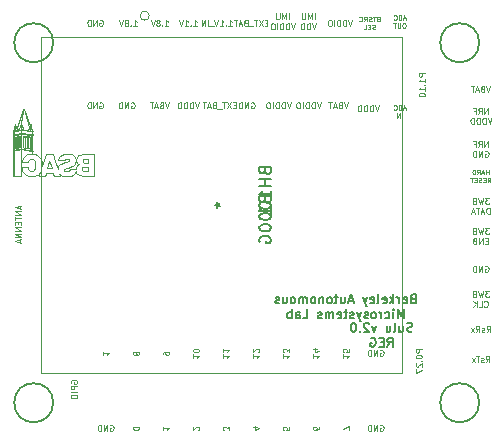
<source format=gbo>
G04 #@! TF.GenerationSoftware,KiCad,Pcbnew,(5.1.6)-1*
G04 #@! TF.CreationDate,2021-11-23T16:21:27-08:00*
G04 #@! TF.ProjectId,scum3c-devboard,7363756d-3363-42d6-9465-76626f617264,rev?*
G04 #@! TF.SameCoordinates,Original*
G04 #@! TF.FileFunction,Legend,Bot*
G04 #@! TF.FilePolarity,Positive*
%FSLAX46Y46*%
G04 Gerber Fmt 4.6, Leading zero omitted, Abs format (unit mm)*
G04 Created by KiCad (PCBNEW (5.1.6)-1) date 2021-11-23 16:21:27*
%MOMM*%
%LPD*%
G01*
G04 APERTURE LIST*
%ADD10C,0.100000*%
%ADD11C,0.080000*%
%ADD12C,0.127000*%
%ADD13C,0.150000*%
%ADD14C,0.120000*%
G04 APERTURE END LIST*
D10*
X111859190Y-79553714D02*
X111359190Y-79553714D01*
X111359190Y-79744190D01*
X111383000Y-79791809D01*
X111406809Y-79815619D01*
X111454428Y-79839428D01*
X111525857Y-79839428D01*
X111573476Y-79815619D01*
X111597285Y-79791809D01*
X111621095Y-79744190D01*
X111621095Y-79553714D01*
X111359190Y-80148952D02*
X111359190Y-80196571D01*
X111383000Y-80244190D01*
X111406809Y-80268000D01*
X111454428Y-80291809D01*
X111549666Y-80315619D01*
X111668714Y-80315619D01*
X111763952Y-80291809D01*
X111811571Y-80268000D01*
X111835380Y-80244190D01*
X111859190Y-80196571D01*
X111859190Y-80148952D01*
X111835380Y-80101333D01*
X111811571Y-80077523D01*
X111763952Y-80053714D01*
X111668714Y-80029904D01*
X111549666Y-80029904D01*
X111454428Y-80053714D01*
X111406809Y-80077523D01*
X111383000Y-80101333D01*
X111359190Y-80148952D01*
X111811571Y-80529904D02*
X111835380Y-80553714D01*
X111859190Y-80529904D01*
X111835380Y-80506095D01*
X111811571Y-80529904D01*
X111859190Y-80529904D01*
X111406809Y-80744190D02*
X111383000Y-80768000D01*
X111359190Y-80815619D01*
X111359190Y-80934666D01*
X111383000Y-80982285D01*
X111406809Y-81006095D01*
X111454428Y-81029904D01*
X111502047Y-81029904D01*
X111573476Y-81006095D01*
X111859190Y-80720380D01*
X111859190Y-81029904D01*
X111359190Y-81196571D02*
X111359190Y-81529904D01*
X111859190Y-81315619D01*
X112113190Y-56185714D02*
X111613190Y-56185714D01*
X111613190Y-56376190D01*
X111637000Y-56423809D01*
X111660809Y-56447619D01*
X111708428Y-56471428D01*
X111779857Y-56471428D01*
X111827476Y-56447619D01*
X111851285Y-56423809D01*
X111875095Y-56376190D01*
X111875095Y-56185714D01*
X112113190Y-56947619D02*
X112113190Y-56661904D01*
X112113190Y-56804761D02*
X111613190Y-56804761D01*
X111684619Y-56757142D01*
X111732238Y-56709523D01*
X111756047Y-56661904D01*
X112065571Y-57161904D02*
X112089380Y-57185714D01*
X112113190Y-57161904D01*
X112089380Y-57138095D01*
X112065571Y-57161904D01*
X112113190Y-57161904D01*
X112113190Y-57661904D02*
X112113190Y-57376190D01*
X112113190Y-57519047D02*
X111613190Y-57519047D01*
X111684619Y-57471428D01*
X111732238Y-57423809D01*
X111756047Y-57376190D01*
X111613190Y-57971428D02*
X111613190Y-58019047D01*
X111637000Y-58066666D01*
X111660809Y-58090476D01*
X111708428Y-58114285D01*
X111803666Y-58138095D01*
X111922714Y-58138095D01*
X112017952Y-58114285D01*
X112065571Y-58090476D01*
X112089380Y-58066666D01*
X112113190Y-58019047D01*
X112113190Y-57971428D01*
X112089380Y-57923809D01*
X112065571Y-57900000D01*
X112017952Y-57876190D01*
X111922714Y-57852380D01*
X111803666Y-57852380D01*
X111708428Y-57876190D01*
X111660809Y-57900000D01*
X111637000Y-57923809D01*
X111613190Y-57971428D01*
X117447142Y-62412190D02*
X117447142Y-61912190D01*
X117161428Y-62412190D01*
X117161428Y-61912190D01*
X116637619Y-62412190D02*
X116804285Y-62174095D01*
X116923333Y-62412190D02*
X116923333Y-61912190D01*
X116732857Y-61912190D01*
X116685238Y-61936000D01*
X116661428Y-61959809D01*
X116637619Y-62007428D01*
X116637619Y-62078857D01*
X116661428Y-62126476D01*
X116685238Y-62150285D01*
X116732857Y-62174095D01*
X116923333Y-62174095D01*
X116256666Y-62150285D02*
X116423333Y-62150285D01*
X116423333Y-62412190D02*
X116423333Y-61912190D01*
X116185238Y-61912190D01*
X117220952Y-62786000D02*
X117268571Y-62762190D01*
X117340000Y-62762190D01*
X117411428Y-62786000D01*
X117459047Y-62833619D01*
X117482857Y-62881238D01*
X117506666Y-62976476D01*
X117506666Y-63047904D01*
X117482857Y-63143142D01*
X117459047Y-63190761D01*
X117411428Y-63238380D01*
X117340000Y-63262190D01*
X117292380Y-63262190D01*
X117220952Y-63238380D01*
X117197142Y-63214571D01*
X117197142Y-63047904D01*
X117292380Y-63047904D01*
X116982857Y-63262190D02*
X116982857Y-62762190D01*
X116697142Y-63262190D01*
X116697142Y-62762190D01*
X116459047Y-63262190D02*
X116459047Y-62762190D01*
X116340000Y-62762190D01*
X116268571Y-62786000D01*
X116220952Y-62833619D01*
X116197142Y-62881238D01*
X116173333Y-62976476D01*
X116173333Y-63047904D01*
X116197142Y-63143142D01*
X116220952Y-63190761D01*
X116268571Y-63238380D01*
X116340000Y-63262190D01*
X116459047Y-63262190D01*
X95487999Y-52169190D02*
X95773714Y-52169190D01*
X95630857Y-52169190D02*
X95630857Y-51669190D01*
X95678476Y-51740619D01*
X95726095Y-51788238D01*
X95773714Y-51812047D01*
X95273714Y-52121571D02*
X95249904Y-52145380D01*
X95273714Y-52169190D01*
X95297523Y-52145380D01*
X95273714Y-52121571D01*
X95273714Y-52169190D01*
X94773714Y-52169190D02*
X95059428Y-52169190D01*
X94916571Y-52169190D02*
X94916571Y-51669190D01*
X94964190Y-51740619D01*
X95011809Y-51788238D01*
X95059428Y-51812047D01*
X94630857Y-51669190D02*
X94464190Y-52169190D01*
X94297523Y-51669190D01*
X94249904Y-52216809D02*
X93868952Y-52216809D01*
X93749904Y-52169190D02*
X93749904Y-51669190D01*
X93511809Y-52169190D02*
X93511809Y-51669190D01*
X93226095Y-52169190D01*
X93226095Y-51669190D01*
X96122952Y-58892285D02*
X95956285Y-58892285D01*
X95884857Y-59154190D02*
X96122952Y-59154190D01*
X96122952Y-58654190D01*
X95884857Y-58654190D01*
X95718190Y-58654190D02*
X95384857Y-59154190D01*
X95384857Y-58654190D02*
X95718190Y-59154190D01*
X95265809Y-58654190D02*
X94980095Y-58654190D01*
X95122952Y-59154190D02*
X95122952Y-58654190D01*
X94932476Y-59201809D02*
X94551523Y-59201809D01*
X94265809Y-58892285D02*
X94194380Y-58916095D01*
X94170571Y-58939904D01*
X94146761Y-58987523D01*
X94146761Y-59058952D01*
X94170571Y-59106571D01*
X94194380Y-59130380D01*
X94242000Y-59154190D01*
X94432476Y-59154190D01*
X94432476Y-58654190D01*
X94265809Y-58654190D01*
X94218190Y-58678000D01*
X94194380Y-58701809D01*
X94170571Y-58749428D01*
X94170571Y-58797047D01*
X94194380Y-58844666D01*
X94218190Y-58868476D01*
X94265809Y-58892285D01*
X94432476Y-58892285D01*
X93956285Y-59011333D02*
X93718190Y-59011333D01*
X94003904Y-59154190D02*
X93837238Y-58654190D01*
X93670571Y-59154190D01*
X93575333Y-58654190D02*
X93289619Y-58654190D01*
X93432476Y-59154190D02*
X93432476Y-58654190D01*
D11*
X110477238Y-59162666D02*
X110286761Y-59162666D01*
X110515333Y-59276952D02*
X110382000Y-58876952D01*
X110248666Y-59276952D01*
X110115333Y-59276952D02*
X110115333Y-58876952D01*
X110020095Y-58876952D01*
X109962952Y-58896000D01*
X109924857Y-58934095D01*
X109905809Y-58972190D01*
X109886761Y-59048380D01*
X109886761Y-59105523D01*
X109905809Y-59181714D01*
X109924857Y-59219809D01*
X109962952Y-59257904D01*
X110020095Y-59276952D01*
X110115333Y-59276952D01*
X109486761Y-59238857D02*
X109505809Y-59257904D01*
X109562952Y-59276952D01*
X109601047Y-59276952D01*
X109658190Y-59257904D01*
X109696285Y-59219809D01*
X109715333Y-59181714D01*
X109734380Y-59105523D01*
X109734380Y-59048380D01*
X109715333Y-58972190D01*
X109696285Y-58934095D01*
X109658190Y-58896000D01*
X109601047Y-58876952D01*
X109562952Y-58876952D01*
X109505809Y-58896000D01*
X109486761Y-58915047D01*
X110191523Y-59956952D02*
X110191523Y-59556952D01*
X110001047Y-59956952D02*
X110001047Y-59556952D01*
X109772476Y-59956952D01*
X109772476Y-59556952D01*
D10*
X98789952Y-51907285D02*
X98623285Y-51907285D01*
X98551857Y-52169190D02*
X98789952Y-52169190D01*
X98789952Y-51669190D01*
X98551857Y-51669190D01*
X98385190Y-51669190D02*
X98051857Y-52169190D01*
X98051857Y-51669190D02*
X98385190Y-52169190D01*
X97932809Y-51669190D02*
X97647095Y-51669190D01*
X97789952Y-52169190D02*
X97789952Y-51669190D01*
X97599476Y-52216809D02*
X97218523Y-52216809D01*
X96932809Y-51907285D02*
X96861380Y-51931095D01*
X96837571Y-51954904D01*
X96813761Y-52002523D01*
X96813761Y-52073952D01*
X96837571Y-52121571D01*
X96861380Y-52145380D01*
X96909000Y-52169190D01*
X97099476Y-52169190D01*
X97099476Y-51669190D01*
X96932809Y-51669190D01*
X96885190Y-51693000D01*
X96861380Y-51716809D01*
X96837571Y-51764428D01*
X96837571Y-51812047D01*
X96861380Y-51859666D01*
X96885190Y-51883476D01*
X96932809Y-51907285D01*
X97099476Y-51907285D01*
X96623285Y-52026333D02*
X96385190Y-52026333D01*
X96670904Y-52169190D02*
X96504238Y-51669190D01*
X96337571Y-52169190D01*
X96242333Y-51669190D02*
X95956619Y-51669190D01*
X96099476Y-52169190D02*
X96099476Y-51669190D01*
X108231666Y-58908190D02*
X108065000Y-59408190D01*
X107898333Y-58908190D01*
X107731666Y-59408190D02*
X107731666Y-58908190D01*
X107612619Y-58908190D01*
X107541190Y-58932000D01*
X107493571Y-58979619D01*
X107469761Y-59027238D01*
X107445952Y-59122476D01*
X107445952Y-59193904D01*
X107469761Y-59289142D01*
X107493571Y-59336761D01*
X107541190Y-59384380D01*
X107612619Y-59408190D01*
X107731666Y-59408190D01*
X107231666Y-59408190D02*
X107231666Y-58908190D01*
X107112619Y-58908190D01*
X107041190Y-58932000D01*
X106993571Y-58979619D01*
X106969761Y-59027238D01*
X106945952Y-59122476D01*
X106945952Y-59193904D01*
X106969761Y-59289142D01*
X106993571Y-59336761D01*
X107041190Y-59384380D01*
X107112619Y-59408190D01*
X107231666Y-59408190D01*
X106731666Y-59408190D02*
X106731666Y-58908190D01*
X106612619Y-58908190D01*
X106541190Y-58932000D01*
X106493571Y-58979619D01*
X106469761Y-59027238D01*
X106445952Y-59122476D01*
X106445952Y-59193904D01*
X106469761Y-59289142D01*
X106493571Y-59336761D01*
X106541190Y-59384380D01*
X106612619Y-59408190D01*
X106731666Y-59408190D01*
X97408952Y-58678000D02*
X97456571Y-58654190D01*
X97528000Y-58654190D01*
X97599428Y-58678000D01*
X97647047Y-58725619D01*
X97670857Y-58773238D01*
X97694666Y-58868476D01*
X97694666Y-58939904D01*
X97670857Y-59035142D01*
X97647047Y-59082761D01*
X97599428Y-59130380D01*
X97528000Y-59154190D01*
X97480380Y-59154190D01*
X97408952Y-59130380D01*
X97385142Y-59106571D01*
X97385142Y-58939904D01*
X97480380Y-58939904D01*
X97170857Y-59154190D02*
X97170857Y-58654190D01*
X96885142Y-59154190D01*
X96885142Y-58654190D01*
X96647047Y-59154190D02*
X96647047Y-58654190D01*
X96528000Y-58654190D01*
X96456571Y-58678000D01*
X96408952Y-58725619D01*
X96385142Y-58773238D01*
X96361333Y-58868476D01*
X96361333Y-58939904D01*
X96385142Y-59035142D01*
X96408952Y-59082761D01*
X96456571Y-59130380D01*
X96528000Y-59154190D01*
X96647047Y-59154190D01*
X87248952Y-58678000D02*
X87296571Y-58654190D01*
X87368000Y-58654190D01*
X87439428Y-58678000D01*
X87487047Y-58725619D01*
X87510857Y-58773238D01*
X87534666Y-58868476D01*
X87534666Y-58939904D01*
X87510857Y-59035142D01*
X87487047Y-59082761D01*
X87439428Y-59130380D01*
X87368000Y-59154190D01*
X87320380Y-59154190D01*
X87248952Y-59130380D01*
X87225142Y-59106571D01*
X87225142Y-58939904D01*
X87320380Y-58939904D01*
X87010857Y-59154190D02*
X87010857Y-58654190D01*
X86725142Y-59154190D01*
X86725142Y-58654190D01*
X86487047Y-59154190D02*
X86487047Y-58654190D01*
X86368000Y-58654190D01*
X86296571Y-58678000D01*
X86248952Y-58725619D01*
X86225142Y-58773238D01*
X86201333Y-58868476D01*
X86201333Y-58939904D01*
X86225142Y-59035142D01*
X86248952Y-59082761D01*
X86296571Y-59130380D01*
X86368000Y-59154190D01*
X86487047Y-59154190D01*
X105596428Y-58654190D02*
X105429761Y-59154190D01*
X105263095Y-58654190D01*
X104929761Y-58892285D02*
X104858333Y-58916095D01*
X104834523Y-58939904D01*
X104810714Y-58987523D01*
X104810714Y-59058952D01*
X104834523Y-59106571D01*
X104858333Y-59130380D01*
X104905952Y-59154190D01*
X105096428Y-59154190D01*
X105096428Y-58654190D01*
X104929761Y-58654190D01*
X104882142Y-58678000D01*
X104858333Y-58701809D01*
X104834523Y-58749428D01*
X104834523Y-58797047D01*
X104858333Y-58844666D01*
X104882142Y-58868476D01*
X104929761Y-58892285D01*
X105096428Y-58892285D01*
X104620238Y-59011333D02*
X104382142Y-59011333D01*
X104667857Y-59154190D02*
X104501190Y-58654190D01*
X104334523Y-59154190D01*
X104239285Y-58654190D02*
X103953571Y-58654190D01*
X104096428Y-59154190D02*
X104096428Y-58654190D01*
X90090571Y-52169190D02*
X90376285Y-52169190D01*
X90233428Y-52169190D02*
X90233428Y-51669190D01*
X90281047Y-51740619D01*
X90328666Y-51788238D01*
X90376285Y-51812047D01*
X89876285Y-52121571D02*
X89852476Y-52145380D01*
X89876285Y-52169190D01*
X89900095Y-52145380D01*
X89876285Y-52121571D01*
X89876285Y-52169190D01*
X89566761Y-51883476D02*
X89614380Y-51859666D01*
X89638190Y-51835857D01*
X89662000Y-51788238D01*
X89662000Y-51764428D01*
X89638190Y-51716809D01*
X89614380Y-51693000D01*
X89566761Y-51669190D01*
X89471523Y-51669190D01*
X89423904Y-51693000D01*
X89400095Y-51716809D01*
X89376285Y-51764428D01*
X89376285Y-51788238D01*
X89400095Y-51835857D01*
X89423904Y-51859666D01*
X89471523Y-51883476D01*
X89566761Y-51883476D01*
X89614380Y-51907285D01*
X89638190Y-51931095D01*
X89662000Y-51978714D01*
X89662000Y-52073952D01*
X89638190Y-52121571D01*
X89614380Y-52145380D01*
X89566761Y-52169190D01*
X89471523Y-52169190D01*
X89423904Y-52145380D01*
X89400095Y-52121571D01*
X89376285Y-52073952D01*
X89376285Y-51978714D01*
X89400095Y-51931095D01*
X89423904Y-51907285D01*
X89471523Y-51883476D01*
X89233428Y-51669190D02*
X89066761Y-52169190D01*
X88900095Y-51669190D01*
X87423571Y-52169190D02*
X87709285Y-52169190D01*
X87566428Y-52169190D02*
X87566428Y-51669190D01*
X87614047Y-51740619D01*
X87661666Y-51788238D01*
X87709285Y-51812047D01*
X87209285Y-52121571D02*
X87185476Y-52145380D01*
X87209285Y-52169190D01*
X87233095Y-52145380D01*
X87209285Y-52121571D01*
X87209285Y-52169190D01*
X86899761Y-51883476D02*
X86947380Y-51859666D01*
X86971190Y-51835857D01*
X86995000Y-51788238D01*
X86995000Y-51764428D01*
X86971190Y-51716809D01*
X86947380Y-51693000D01*
X86899761Y-51669190D01*
X86804523Y-51669190D01*
X86756904Y-51693000D01*
X86733095Y-51716809D01*
X86709285Y-51764428D01*
X86709285Y-51788238D01*
X86733095Y-51835857D01*
X86756904Y-51859666D01*
X86804523Y-51883476D01*
X86899761Y-51883476D01*
X86947380Y-51907285D01*
X86971190Y-51931095D01*
X86995000Y-51978714D01*
X86995000Y-52073952D01*
X86971190Y-52121571D01*
X86947380Y-52145380D01*
X86899761Y-52169190D01*
X86804523Y-52169190D01*
X86756904Y-52145380D01*
X86733095Y-52121571D01*
X86709285Y-52073952D01*
X86709285Y-51978714D01*
X86733095Y-51931095D01*
X86756904Y-51907285D01*
X86804523Y-51883476D01*
X86566428Y-51669190D02*
X86399761Y-52169190D01*
X86233095Y-51669190D01*
X92503571Y-52169190D02*
X92789285Y-52169190D01*
X92646428Y-52169190D02*
X92646428Y-51669190D01*
X92694047Y-51740619D01*
X92741666Y-51788238D01*
X92789285Y-51812047D01*
X92289285Y-52121571D02*
X92265476Y-52145380D01*
X92289285Y-52169190D01*
X92313095Y-52145380D01*
X92289285Y-52121571D01*
X92289285Y-52169190D01*
X91789285Y-52169190D02*
X92075000Y-52169190D01*
X91932142Y-52169190D02*
X91932142Y-51669190D01*
X91979761Y-51740619D01*
X92027380Y-51788238D01*
X92075000Y-51812047D01*
X91646428Y-51669190D02*
X91479761Y-52169190D01*
X91313095Y-51669190D01*
X82173000Y-82431000D02*
X82149190Y-82383380D01*
X82149190Y-82311952D01*
X82173000Y-82240523D01*
X82220619Y-82192904D01*
X82268238Y-82169095D01*
X82363476Y-82145285D01*
X82434904Y-82145285D01*
X82530142Y-82169095D01*
X82577761Y-82192904D01*
X82625380Y-82240523D01*
X82649190Y-82311952D01*
X82649190Y-82359571D01*
X82625380Y-82431000D01*
X82601571Y-82454809D01*
X82434904Y-82454809D01*
X82434904Y-82359571D01*
X82649190Y-82669095D02*
X82149190Y-82669095D01*
X82149190Y-82859571D01*
X82173000Y-82907190D01*
X82196809Y-82931000D01*
X82244428Y-82954809D01*
X82315857Y-82954809D01*
X82363476Y-82931000D01*
X82387285Y-82907190D01*
X82411095Y-82859571D01*
X82411095Y-82669095D01*
X82649190Y-83169095D02*
X82149190Y-83169095D01*
X82149190Y-83502428D02*
X82149190Y-83597666D01*
X82173000Y-83645285D01*
X82220619Y-83692904D01*
X82315857Y-83716714D01*
X82482523Y-83716714D01*
X82577761Y-83692904D01*
X82625380Y-83645285D01*
X82649190Y-83597666D01*
X82649190Y-83502428D01*
X82625380Y-83454809D01*
X82577761Y-83407190D01*
X82482523Y-83383380D01*
X82315857Y-83383380D01*
X82220619Y-83407190D01*
X82173000Y-83454809D01*
X82149190Y-83502428D01*
X84581952Y-58678000D02*
X84629571Y-58654190D01*
X84701000Y-58654190D01*
X84772428Y-58678000D01*
X84820047Y-58725619D01*
X84843857Y-58773238D01*
X84867666Y-58868476D01*
X84867666Y-58939904D01*
X84843857Y-59035142D01*
X84820047Y-59082761D01*
X84772428Y-59130380D01*
X84701000Y-59154190D01*
X84653380Y-59154190D01*
X84581952Y-59130380D01*
X84558142Y-59106571D01*
X84558142Y-58939904D01*
X84653380Y-58939904D01*
X84343857Y-59154190D02*
X84343857Y-58654190D01*
X84058142Y-59154190D01*
X84058142Y-58654190D01*
X83820047Y-59154190D02*
X83820047Y-58654190D01*
X83701000Y-58654190D01*
X83629571Y-58678000D01*
X83581952Y-58725619D01*
X83558142Y-58773238D01*
X83534333Y-58868476D01*
X83534333Y-58939904D01*
X83558142Y-59035142D01*
X83581952Y-59082761D01*
X83629571Y-59130380D01*
X83701000Y-59154190D01*
X83820047Y-59154190D01*
D12*
X111088714Y-75256571D02*
X110979857Y-75292857D01*
X110943571Y-75329142D01*
X110907285Y-75401714D01*
X110907285Y-75510571D01*
X110943571Y-75583142D01*
X110979857Y-75619428D01*
X111052428Y-75655714D01*
X111342714Y-75655714D01*
X111342714Y-74893714D01*
X111088714Y-74893714D01*
X111016142Y-74930000D01*
X110979857Y-74966285D01*
X110943571Y-75038857D01*
X110943571Y-75111428D01*
X110979857Y-75184000D01*
X111016142Y-75220285D01*
X111088714Y-75256571D01*
X111342714Y-75256571D01*
X110290428Y-75619428D02*
X110363000Y-75655714D01*
X110508142Y-75655714D01*
X110580714Y-75619428D01*
X110617000Y-75546857D01*
X110617000Y-75256571D01*
X110580714Y-75184000D01*
X110508142Y-75147714D01*
X110363000Y-75147714D01*
X110290428Y-75184000D01*
X110254142Y-75256571D01*
X110254142Y-75329142D01*
X110617000Y-75401714D01*
X109927571Y-75655714D02*
X109927571Y-75147714D01*
X109927571Y-75292857D02*
X109891285Y-75220285D01*
X109855000Y-75184000D01*
X109782428Y-75147714D01*
X109709857Y-75147714D01*
X109455857Y-75655714D02*
X109455857Y-74893714D01*
X109383285Y-75365428D02*
X109165571Y-75655714D01*
X109165571Y-75147714D02*
X109455857Y-75438000D01*
X108548714Y-75619428D02*
X108621285Y-75655714D01*
X108766428Y-75655714D01*
X108839000Y-75619428D01*
X108875285Y-75546857D01*
X108875285Y-75256571D01*
X108839000Y-75184000D01*
X108766428Y-75147714D01*
X108621285Y-75147714D01*
X108548714Y-75184000D01*
X108512428Y-75256571D01*
X108512428Y-75329142D01*
X108875285Y-75401714D01*
X108077000Y-75655714D02*
X108149571Y-75619428D01*
X108185857Y-75546857D01*
X108185857Y-74893714D01*
X107496428Y-75619428D02*
X107569000Y-75655714D01*
X107714142Y-75655714D01*
X107786714Y-75619428D01*
X107823000Y-75546857D01*
X107823000Y-75256571D01*
X107786714Y-75184000D01*
X107714142Y-75147714D01*
X107569000Y-75147714D01*
X107496428Y-75184000D01*
X107460142Y-75256571D01*
X107460142Y-75329142D01*
X107823000Y-75401714D01*
X107206142Y-75147714D02*
X107024714Y-75655714D01*
X106843285Y-75147714D02*
X107024714Y-75655714D01*
X107097285Y-75837142D01*
X107133571Y-75873428D01*
X107206142Y-75909714D01*
X106008714Y-75438000D02*
X105645857Y-75438000D01*
X106081285Y-75655714D02*
X105827285Y-74893714D01*
X105573285Y-75655714D01*
X104992714Y-75147714D02*
X104992714Y-75655714D01*
X105319285Y-75147714D02*
X105319285Y-75546857D01*
X105283000Y-75619428D01*
X105210428Y-75655714D01*
X105101571Y-75655714D01*
X105029000Y-75619428D01*
X104992714Y-75583142D01*
X104738714Y-75147714D02*
X104448428Y-75147714D01*
X104629857Y-74893714D02*
X104629857Y-75546857D01*
X104593571Y-75619428D01*
X104521000Y-75655714D01*
X104448428Y-75655714D01*
X104085571Y-75655714D02*
X104158142Y-75619428D01*
X104194428Y-75583142D01*
X104230714Y-75510571D01*
X104230714Y-75292857D01*
X104194428Y-75220285D01*
X104158142Y-75184000D01*
X104085571Y-75147714D01*
X103976714Y-75147714D01*
X103904142Y-75184000D01*
X103867857Y-75220285D01*
X103831571Y-75292857D01*
X103831571Y-75510571D01*
X103867857Y-75583142D01*
X103904142Y-75619428D01*
X103976714Y-75655714D01*
X104085571Y-75655714D01*
X103505000Y-75147714D02*
X103505000Y-75655714D01*
X103505000Y-75220285D02*
X103468714Y-75184000D01*
X103396142Y-75147714D01*
X103287285Y-75147714D01*
X103214714Y-75184000D01*
X103178428Y-75256571D01*
X103178428Y-75655714D01*
X102706714Y-75655714D02*
X102779285Y-75619428D01*
X102815571Y-75583142D01*
X102851857Y-75510571D01*
X102851857Y-75292857D01*
X102815571Y-75220285D01*
X102779285Y-75184000D01*
X102706714Y-75147714D01*
X102597857Y-75147714D01*
X102525285Y-75184000D01*
X102489000Y-75220285D01*
X102452714Y-75292857D01*
X102452714Y-75510571D01*
X102489000Y-75583142D01*
X102525285Y-75619428D01*
X102597857Y-75655714D01*
X102706714Y-75655714D01*
X102126142Y-75655714D02*
X102126142Y-75147714D01*
X102126142Y-75220285D02*
X102089857Y-75184000D01*
X102017285Y-75147714D01*
X101908428Y-75147714D01*
X101835857Y-75184000D01*
X101799571Y-75256571D01*
X101799571Y-75655714D01*
X101799571Y-75256571D02*
X101763285Y-75184000D01*
X101690714Y-75147714D01*
X101581857Y-75147714D01*
X101509285Y-75184000D01*
X101473000Y-75256571D01*
X101473000Y-75655714D01*
X101001285Y-75655714D02*
X101073857Y-75619428D01*
X101110142Y-75583142D01*
X101146428Y-75510571D01*
X101146428Y-75292857D01*
X101110142Y-75220285D01*
X101073857Y-75184000D01*
X101001285Y-75147714D01*
X100892428Y-75147714D01*
X100819857Y-75184000D01*
X100783571Y-75220285D01*
X100747285Y-75292857D01*
X100747285Y-75510571D01*
X100783571Y-75583142D01*
X100819857Y-75619428D01*
X100892428Y-75655714D01*
X101001285Y-75655714D01*
X100094142Y-75147714D02*
X100094142Y-75655714D01*
X100420714Y-75147714D02*
X100420714Y-75546857D01*
X100384428Y-75619428D01*
X100311857Y-75655714D01*
X100203000Y-75655714D01*
X100130428Y-75619428D01*
X100094142Y-75583142D01*
X99767571Y-75619428D02*
X99695000Y-75655714D01*
X99549857Y-75655714D01*
X99477285Y-75619428D01*
X99441000Y-75546857D01*
X99441000Y-75510571D01*
X99477285Y-75438000D01*
X99549857Y-75401714D01*
X99658714Y-75401714D01*
X99731285Y-75365428D01*
X99767571Y-75292857D01*
X99767571Y-75256571D01*
X99731285Y-75184000D01*
X99658714Y-75147714D01*
X99549857Y-75147714D01*
X99477285Y-75184000D01*
X110308571Y-76925714D02*
X110308571Y-76163714D01*
X110054571Y-76708000D01*
X109800571Y-76163714D01*
X109800571Y-76925714D01*
X109437714Y-76925714D02*
X109437714Y-76417714D01*
X109437714Y-76163714D02*
X109474000Y-76200000D01*
X109437714Y-76236285D01*
X109401428Y-76200000D01*
X109437714Y-76163714D01*
X109437714Y-76236285D01*
X108748285Y-76889428D02*
X108820857Y-76925714D01*
X108966000Y-76925714D01*
X109038571Y-76889428D01*
X109074857Y-76853142D01*
X109111142Y-76780571D01*
X109111142Y-76562857D01*
X109074857Y-76490285D01*
X109038571Y-76454000D01*
X108966000Y-76417714D01*
X108820857Y-76417714D01*
X108748285Y-76454000D01*
X108421714Y-76925714D02*
X108421714Y-76417714D01*
X108421714Y-76562857D02*
X108385428Y-76490285D01*
X108349142Y-76454000D01*
X108276571Y-76417714D01*
X108204000Y-76417714D01*
X107841142Y-76925714D02*
X107913714Y-76889428D01*
X107950000Y-76853142D01*
X107986285Y-76780571D01*
X107986285Y-76562857D01*
X107950000Y-76490285D01*
X107913714Y-76454000D01*
X107841142Y-76417714D01*
X107732285Y-76417714D01*
X107659714Y-76454000D01*
X107623428Y-76490285D01*
X107587142Y-76562857D01*
X107587142Y-76780571D01*
X107623428Y-76853142D01*
X107659714Y-76889428D01*
X107732285Y-76925714D01*
X107841142Y-76925714D01*
X107296857Y-76889428D02*
X107224285Y-76925714D01*
X107079142Y-76925714D01*
X107006571Y-76889428D01*
X106970285Y-76816857D01*
X106970285Y-76780571D01*
X107006571Y-76708000D01*
X107079142Y-76671714D01*
X107188000Y-76671714D01*
X107260571Y-76635428D01*
X107296857Y-76562857D01*
X107296857Y-76526571D01*
X107260571Y-76454000D01*
X107188000Y-76417714D01*
X107079142Y-76417714D01*
X107006571Y-76454000D01*
X106716285Y-76417714D02*
X106534857Y-76925714D01*
X106353428Y-76417714D02*
X106534857Y-76925714D01*
X106607428Y-77107142D01*
X106643714Y-77143428D01*
X106716285Y-77179714D01*
X106099428Y-76889428D02*
X106026857Y-76925714D01*
X105881714Y-76925714D01*
X105809142Y-76889428D01*
X105772857Y-76816857D01*
X105772857Y-76780571D01*
X105809142Y-76708000D01*
X105881714Y-76671714D01*
X105990571Y-76671714D01*
X106063142Y-76635428D01*
X106099428Y-76562857D01*
X106099428Y-76526571D01*
X106063142Y-76454000D01*
X105990571Y-76417714D01*
X105881714Y-76417714D01*
X105809142Y-76454000D01*
X105555142Y-76417714D02*
X105264857Y-76417714D01*
X105446285Y-76163714D02*
X105446285Y-76816857D01*
X105410000Y-76889428D01*
X105337428Y-76925714D01*
X105264857Y-76925714D01*
X104720571Y-76889428D02*
X104793142Y-76925714D01*
X104938285Y-76925714D01*
X105010857Y-76889428D01*
X105047142Y-76816857D01*
X105047142Y-76526571D01*
X105010857Y-76454000D01*
X104938285Y-76417714D01*
X104793142Y-76417714D01*
X104720571Y-76454000D01*
X104684285Y-76526571D01*
X104684285Y-76599142D01*
X105047142Y-76671714D01*
X104357714Y-76925714D02*
X104357714Y-76417714D01*
X104357714Y-76490285D02*
X104321428Y-76454000D01*
X104248857Y-76417714D01*
X104140000Y-76417714D01*
X104067428Y-76454000D01*
X104031142Y-76526571D01*
X104031142Y-76925714D01*
X104031142Y-76526571D02*
X103994857Y-76454000D01*
X103922285Y-76417714D01*
X103813428Y-76417714D01*
X103740857Y-76454000D01*
X103704571Y-76526571D01*
X103704571Y-76925714D01*
X103378000Y-76889428D02*
X103305428Y-76925714D01*
X103160285Y-76925714D01*
X103087714Y-76889428D01*
X103051428Y-76816857D01*
X103051428Y-76780571D01*
X103087714Y-76708000D01*
X103160285Y-76671714D01*
X103269142Y-76671714D01*
X103341714Y-76635428D01*
X103378000Y-76562857D01*
X103378000Y-76526571D01*
X103341714Y-76454000D01*
X103269142Y-76417714D01*
X103160285Y-76417714D01*
X103087714Y-76454000D01*
X101781428Y-76925714D02*
X102144285Y-76925714D01*
X102144285Y-76163714D01*
X101200857Y-76925714D02*
X101200857Y-76526571D01*
X101237142Y-76454000D01*
X101309714Y-76417714D01*
X101454857Y-76417714D01*
X101527428Y-76454000D01*
X101200857Y-76889428D02*
X101273428Y-76925714D01*
X101454857Y-76925714D01*
X101527428Y-76889428D01*
X101563714Y-76816857D01*
X101563714Y-76744285D01*
X101527428Y-76671714D01*
X101454857Y-76635428D01*
X101273428Y-76635428D01*
X101200857Y-76599142D01*
X100838000Y-76925714D02*
X100838000Y-76163714D01*
X100838000Y-76454000D02*
X100765428Y-76417714D01*
X100620285Y-76417714D01*
X100547714Y-76454000D01*
X100511428Y-76490285D01*
X100475142Y-76562857D01*
X100475142Y-76780571D01*
X100511428Y-76853142D01*
X100547714Y-76889428D01*
X100620285Y-76925714D01*
X100765428Y-76925714D01*
X100838000Y-76889428D01*
D10*
X77807333Y-67425285D02*
X77807333Y-67663380D01*
X77950190Y-67377666D02*
X77450190Y-67544333D01*
X77950190Y-67711000D01*
X77950190Y-67877666D02*
X77450190Y-67877666D01*
X77950190Y-68163380D01*
X77450190Y-68163380D01*
X77450190Y-68330047D02*
X77450190Y-68615761D01*
X77950190Y-68472904D02*
X77450190Y-68472904D01*
X77688285Y-68782428D02*
X77688285Y-68949095D01*
X77950190Y-69020523D02*
X77950190Y-68782428D01*
X77450190Y-68782428D01*
X77450190Y-69020523D01*
X77950190Y-69234809D02*
X77450190Y-69234809D01*
X77950190Y-69520523D01*
X77450190Y-69520523D01*
X77950190Y-69758619D02*
X77450190Y-69758619D01*
X77950190Y-70044333D01*
X77450190Y-70044333D01*
X77807333Y-70258619D02*
X77807333Y-70496714D01*
X77950190Y-70211000D02*
X77450190Y-70377666D01*
X77950190Y-70544333D01*
D12*
X111052428Y-78032428D02*
X110943571Y-78068714D01*
X110762142Y-78068714D01*
X110689571Y-78032428D01*
X110653285Y-77996142D01*
X110617000Y-77923571D01*
X110617000Y-77851000D01*
X110653285Y-77778428D01*
X110689571Y-77742142D01*
X110762142Y-77705857D01*
X110907285Y-77669571D01*
X110979857Y-77633285D01*
X111016142Y-77597000D01*
X111052428Y-77524428D01*
X111052428Y-77451857D01*
X111016142Y-77379285D01*
X110979857Y-77343000D01*
X110907285Y-77306714D01*
X110725857Y-77306714D01*
X110617000Y-77343000D01*
X109963857Y-77560714D02*
X109963857Y-78068714D01*
X110290428Y-77560714D02*
X110290428Y-77959857D01*
X110254142Y-78032428D01*
X110181571Y-78068714D01*
X110072714Y-78068714D01*
X110000142Y-78032428D01*
X109963857Y-77996142D01*
X109492142Y-78068714D02*
X109564714Y-78032428D01*
X109601000Y-77959857D01*
X109601000Y-77306714D01*
X108875285Y-77560714D02*
X108875285Y-78068714D01*
X109201857Y-77560714D02*
X109201857Y-77959857D01*
X109165571Y-78032428D01*
X109093000Y-78068714D01*
X108984142Y-78068714D01*
X108911571Y-78032428D01*
X108875285Y-77996142D01*
X108004428Y-77560714D02*
X107823000Y-78068714D01*
X107641571Y-77560714D01*
X107387571Y-77379285D02*
X107351285Y-77343000D01*
X107278714Y-77306714D01*
X107097285Y-77306714D01*
X107024714Y-77343000D01*
X106988428Y-77379285D01*
X106952142Y-77451857D01*
X106952142Y-77524428D01*
X106988428Y-77633285D01*
X107423857Y-78068714D01*
X106952142Y-78068714D01*
X106625571Y-77996142D02*
X106589285Y-78032428D01*
X106625571Y-78068714D01*
X106661857Y-78032428D01*
X106625571Y-77996142D01*
X106625571Y-78068714D01*
X106117571Y-77306714D02*
X106045000Y-77306714D01*
X105972428Y-77343000D01*
X105936142Y-77379285D01*
X105899857Y-77451857D01*
X105863571Y-77597000D01*
X105863571Y-77778428D01*
X105899857Y-77923571D01*
X105936142Y-77996142D01*
X105972428Y-78032428D01*
X106045000Y-78068714D01*
X106117571Y-78068714D01*
X106190142Y-78032428D01*
X106226428Y-77996142D01*
X106262714Y-77923571D01*
X106299000Y-77778428D01*
X106299000Y-77597000D01*
X106262714Y-77451857D01*
X106226428Y-77379285D01*
X106190142Y-77343000D01*
X106117571Y-77306714D01*
X108947857Y-79338714D02*
X109201857Y-78975857D01*
X109383285Y-79338714D02*
X109383285Y-78576714D01*
X109093000Y-78576714D01*
X109020428Y-78613000D01*
X108984142Y-78649285D01*
X108947857Y-78721857D01*
X108947857Y-78830714D01*
X108984142Y-78903285D01*
X109020428Y-78939571D01*
X109093000Y-78975857D01*
X109383285Y-78975857D01*
X108621285Y-78939571D02*
X108367285Y-78939571D01*
X108258428Y-79338714D02*
X108621285Y-79338714D01*
X108621285Y-78576714D01*
X108258428Y-78576714D01*
X107532714Y-78613000D02*
X107605285Y-78576714D01*
X107714142Y-78576714D01*
X107823000Y-78613000D01*
X107895571Y-78685571D01*
X107931857Y-78758142D01*
X107968142Y-78903285D01*
X107968142Y-79012142D01*
X107931857Y-79157285D01*
X107895571Y-79229857D01*
X107823000Y-79302428D01*
X107714142Y-79338714D01*
X107641571Y-79338714D01*
X107532714Y-79302428D01*
X107496428Y-79266142D01*
X107496428Y-79012142D01*
X107641571Y-79012142D01*
D10*
X117280476Y-80617190D02*
X117447142Y-80379095D01*
X117566190Y-80617190D02*
X117566190Y-80117190D01*
X117375714Y-80117190D01*
X117328095Y-80141000D01*
X117304285Y-80164809D01*
X117280476Y-80212428D01*
X117280476Y-80283857D01*
X117304285Y-80331476D01*
X117328095Y-80355285D01*
X117375714Y-80379095D01*
X117566190Y-80379095D01*
X117090000Y-80593380D02*
X117042380Y-80617190D01*
X116947142Y-80617190D01*
X116899523Y-80593380D01*
X116875714Y-80545761D01*
X116875714Y-80521952D01*
X116899523Y-80474333D01*
X116947142Y-80450523D01*
X117018571Y-80450523D01*
X117066190Y-80426714D01*
X117090000Y-80379095D01*
X117090000Y-80355285D01*
X117066190Y-80307666D01*
X117018571Y-80283857D01*
X116947142Y-80283857D01*
X116899523Y-80307666D01*
X116732857Y-80117190D02*
X116447142Y-80117190D01*
X116590000Y-80617190D02*
X116590000Y-80117190D01*
X116328095Y-80617190D02*
X116066190Y-80283857D01*
X116328095Y-80283857D02*
X116066190Y-80617190D01*
X117447142Y-59618190D02*
X117447142Y-59118190D01*
X117161428Y-59618190D01*
X117161428Y-59118190D01*
X116637619Y-59618190D02*
X116804285Y-59380095D01*
X116923333Y-59618190D02*
X116923333Y-59118190D01*
X116732857Y-59118190D01*
X116685238Y-59142000D01*
X116661428Y-59165809D01*
X116637619Y-59213428D01*
X116637619Y-59284857D01*
X116661428Y-59332476D01*
X116685238Y-59356285D01*
X116732857Y-59380095D01*
X116923333Y-59380095D01*
X116256666Y-59356285D02*
X116423333Y-59356285D01*
X116423333Y-59618190D02*
X116423333Y-59118190D01*
X116185238Y-59118190D01*
X117756666Y-59968190D02*
X117590000Y-60468190D01*
X117423333Y-59968190D01*
X117256666Y-60468190D02*
X117256666Y-59968190D01*
X117137619Y-59968190D01*
X117066190Y-59992000D01*
X117018571Y-60039619D01*
X116994761Y-60087238D01*
X116970952Y-60182476D01*
X116970952Y-60253904D01*
X116994761Y-60349142D01*
X117018571Y-60396761D01*
X117066190Y-60444380D01*
X117137619Y-60468190D01*
X117256666Y-60468190D01*
X116756666Y-60468190D02*
X116756666Y-59968190D01*
X116637619Y-59968190D01*
X116566190Y-59992000D01*
X116518571Y-60039619D01*
X116494761Y-60087238D01*
X116470952Y-60182476D01*
X116470952Y-60253904D01*
X116494761Y-60349142D01*
X116518571Y-60396761D01*
X116566190Y-60444380D01*
X116637619Y-60468190D01*
X116756666Y-60468190D01*
X116256666Y-60468190D02*
X116256666Y-59968190D01*
X116137619Y-59968190D01*
X116066190Y-59992000D01*
X116018571Y-60039619D01*
X115994761Y-60087238D01*
X115970952Y-60182476D01*
X115970952Y-60253904D01*
X115994761Y-60349142D01*
X116018571Y-60396761D01*
X116066190Y-60444380D01*
X116137619Y-60468190D01*
X116256666Y-60468190D01*
X117220952Y-72521000D02*
X117268571Y-72497190D01*
X117340000Y-72497190D01*
X117411428Y-72521000D01*
X117459047Y-72568619D01*
X117482857Y-72616238D01*
X117506666Y-72711476D01*
X117506666Y-72782904D01*
X117482857Y-72878142D01*
X117459047Y-72925761D01*
X117411428Y-72973380D01*
X117340000Y-72997190D01*
X117292380Y-72997190D01*
X117220952Y-72973380D01*
X117197142Y-72949571D01*
X117197142Y-72782904D01*
X117292380Y-72782904D01*
X116982857Y-72997190D02*
X116982857Y-72497190D01*
X116697142Y-72997190D01*
X116697142Y-72497190D01*
X116459047Y-72997190D02*
X116459047Y-72497190D01*
X116340000Y-72497190D01*
X116268571Y-72521000D01*
X116220952Y-72568619D01*
X116197142Y-72616238D01*
X116173333Y-72711476D01*
X116173333Y-72782904D01*
X116197142Y-72878142D01*
X116220952Y-72925761D01*
X116268571Y-72973380D01*
X116340000Y-72997190D01*
X116459047Y-72997190D01*
X117340000Y-78077190D02*
X117506666Y-77839095D01*
X117625714Y-78077190D02*
X117625714Y-77577190D01*
X117435238Y-77577190D01*
X117387619Y-77601000D01*
X117363809Y-77624809D01*
X117340000Y-77672428D01*
X117340000Y-77743857D01*
X117363809Y-77791476D01*
X117387619Y-77815285D01*
X117435238Y-77839095D01*
X117625714Y-77839095D01*
X117149523Y-78053380D02*
X117101904Y-78077190D01*
X117006666Y-78077190D01*
X116959047Y-78053380D01*
X116935238Y-78005761D01*
X116935238Y-77981952D01*
X116959047Y-77934333D01*
X117006666Y-77910523D01*
X117078095Y-77910523D01*
X117125714Y-77886714D01*
X117149523Y-77839095D01*
X117149523Y-77815285D01*
X117125714Y-77767666D01*
X117078095Y-77743857D01*
X117006666Y-77743857D01*
X116959047Y-77767666D01*
X116435238Y-78077190D02*
X116601904Y-77839095D01*
X116720952Y-78077190D02*
X116720952Y-77577190D01*
X116530476Y-77577190D01*
X116482857Y-77601000D01*
X116459047Y-77624809D01*
X116435238Y-77672428D01*
X116435238Y-77743857D01*
X116459047Y-77791476D01*
X116482857Y-77815285D01*
X116530476Y-77839095D01*
X116720952Y-77839095D01*
X116268571Y-78077190D02*
X116006666Y-77743857D01*
X116268571Y-77743857D02*
X116006666Y-78077190D01*
X117542380Y-69278190D02*
X117232857Y-69278190D01*
X117399523Y-69468666D01*
X117328095Y-69468666D01*
X117280476Y-69492476D01*
X117256666Y-69516285D01*
X117232857Y-69563904D01*
X117232857Y-69682952D01*
X117256666Y-69730571D01*
X117280476Y-69754380D01*
X117328095Y-69778190D01*
X117470952Y-69778190D01*
X117518571Y-69754380D01*
X117542380Y-69730571D01*
X117066190Y-69278190D02*
X116947142Y-69778190D01*
X116851904Y-69421047D01*
X116756666Y-69778190D01*
X116637619Y-69278190D01*
X116280476Y-69516285D02*
X116209047Y-69540095D01*
X116185238Y-69563904D01*
X116161428Y-69611523D01*
X116161428Y-69682952D01*
X116185238Y-69730571D01*
X116209047Y-69754380D01*
X116256666Y-69778190D01*
X116447142Y-69778190D01*
X116447142Y-69278190D01*
X116280476Y-69278190D01*
X116232857Y-69302000D01*
X116209047Y-69325809D01*
X116185238Y-69373428D01*
X116185238Y-69421047D01*
X116209047Y-69468666D01*
X116232857Y-69492476D01*
X116280476Y-69516285D01*
X116447142Y-69516285D01*
X117459047Y-70366285D02*
X117292380Y-70366285D01*
X117220952Y-70628190D02*
X117459047Y-70628190D01*
X117459047Y-70128190D01*
X117220952Y-70128190D01*
X117006666Y-70628190D02*
X117006666Y-70128190D01*
X116720952Y-70628190D01*
X116720952Y-70128190D01*
X116316190Y-70366285D02*
X116244761Y-70390095D01*
X116220952Y-70413904D01*
X116197142Y-70461523D01*
X116197142Y-70532952D01*
X116220952Y-70580571D01*
X116244761Y-70604380D01*
X116292380Y-70628190D01*
X116482857Y-70628190D01*
X116482857Y-70128190D01*
X116316190Y-70128190D01*
X116268571Y-70152000D01*
X116244761Y-70175809D01*
X116220952Y-70223428D01*
X116220952Y-70271047D01*
X116244761Y-70318666D01*
X116268571Y-70342476D01*
X116316190Y-70366285D01*
X116482857Y-70366285D01*
D11*
X117525714Y-64737952D02*
X117525714Y-64337952D01*
X117525714Y-64528428D02*
X117297142Y-64528428D01*
X117297142Y-64737952D02*
X117297142Y-64337952D01*
X117125714Y-64623666D02*
X116935238Y-64623666D01*
X117163809Y-64737952D02*
X117030476Y-64337952D01*
X116897142Y-64737952D01*
X116535238Y-64737952D02*
X116668571Y-64547476D01*
X116763809Y-64737952D02*
X116763809Y-64337952D01*
X116611428Y-64337952D01*
X116573333Y-64357000D01*
X116554285Y-64376047D01*
X116535238Y-64414142D01*
X116535238Y-64471285D01*
X116554285Y-64509380D01*
X116573333Y-64528428D01*
X116611428Y-64547476D01*
X116763809Y-64547476D01*
X116363809Y-64737952D02*
X116363809Y-64337952D01*
X116268571Y-64337952D01*
X116211428Y-64357000D01*
X116173333Y-64395095D01*
X116154285Y-64433190D01*
X116135238Y-64509380D01*
X116135238Y-64566523D01*
X116154285Y-64642714D01*
X116173333Y-64680809D01*
X116211428Y-64718904D01*
X116268571Y-64737952D01*
X116363809Y-64737952D01*
X117420952Y-65417952D02*
X117554285Y-65227476D01*
X117649523Y-65417952D02*
X117649523Y-65017952D01*
X117497142Y-65017952D01*
X117459047Y-65037000D01*
X117440000Y-65056047D01*
X117420952Y-65094142D01*
X117420952Y-65151285D01*
X117440000Y-65189380D01*
X117459047Y-65208428D01*
X117497142Y-65227476D01*
X117649523Y-65227476D01*
X117249523Y-65208428D02*
X117116190Y-65208428D01*
X117059047Y-65417952D02*
X117249523Y-65417952D01*
X117249523Y-65017952D01*
X117059047Y-65017952D01*
X116906666Y-65398904D02*
X116849523Y-65417952D01*
X116754285Y-65417952D01*
X116716190Y-65398904D01*
X116697142Y-65379857D01*
X116678095Y-65341761D01*
X116678095Y-65303666D01*
X116697142Y-65265571D01*
X116716190Y-65246523D01*
X116754285Y-65227476D01*
X116830476Y-65208428D01*
X116868571Y-65189380D01*
X116887619Y-65170333D01*
X116906666Y-65132238D01*
X116906666Y-65094142D01*
X116887619Y-65056047D01*
X116868571Y-65037000D01*
X116830476Y-65017952D01*
X116735238Y-65017952D01*
X116678095Y-65037000D01*
X116506666Y-65208428D02*
X116373333Y-65208428D01*
X116316190Y-65417952D02*
X116506666Y-65417952D01*
X116506666Y-65017952D01*
X116316190Y-65017952D01*
X116201904Y-65017952D02*
X115973333Y-65017952D01*
X116087619Y-65417952D02*
X116087619Y-65017952D01*
D10*
X117661428Y-57257190D02*
X117494761Y-57757190D01*
X117328095Y-57257190D01*
X116994761Y-57495285D02*
X116923333Y-57519095D01*
X116899523Y-57542904D01*
X116875714Y-57590523D01*
X116875714Y-57661952D01*
X116899523Y-57709571D01*
X116923333Y-57733380D01*
X116970952Y-57757190D01*
X117161428Y-57757190D01*
X117161428Y-57257190D01*
X116994761Y-57257190D01*
X116947142Y-57281000D01*
X116923333Y-57304809D01*
X116899523Y-57352428D01*
X116899523Y-57400047D01*
X116923333Y-57447666D01*
X116947142Y-57471476D01*
X116994761Y-57495285D01*
X117161428Y-57495285D01*
X116685238Y-57614333D02*
X116447142Y-57614333D01*
X116732857Y-57757190D02*
X116566190Y-57257190D01*
X116399523Y-57757190D01*
X116304285Y-57257190D02*
X116018571Y-57257190D01*
X116161428Y-57757190D02*
X116161428Y-57257190D01*
X117542380Y-74612190D02*
X117232857Y-74612190D01*
X117399523Y-74802666D01*
X117328095Y-74802666D01*
X117280476Y-74826476D01*
X117256666Y-74850285D01*
X117232857Y-74897904D01*
X117232857Y-75016952D01*
X117256666Y-75064571D01*
X117280476Y-75088380D01*
X117328095Y-75112190D01*
X117470952Y-75112190D01*
X117518571Y-75088380D01*
X117542380Y-75064571D01*
X117066190Y-74612190D02*
X116947142Y-75112190D01*
X116851904Y-74755047D01*
X116756666Y-75112190D01*
X116637619Y-74612190D01*
X116280476Y-74850285D02*
X116209047Y-74874095D01*
X116185238Y-74897904D01*
X116161428Y-74945523D01*
X116161428Y-75016952D01*
X116185238Y-75064571D01*
X116209047Y-75088380D01*
X116256666Y-75112190D01*
X116447142Y-75112190D01*
X116447142Y-74612190D01*
X116280476Y-74612190D01*
X116232857Y-74636000D01*
X116209047Y-74659809D01*
X116185238Y-74707428D01*
X116185238Y-74755047D01*
X116209047Y-74802666D01*
X116232857Y-74826476D01*
X116280476Y-74850285D01*
X116447142Y-74850285D01*
X117137619Y-75914571D02*
X117161428Y-75938380D01*
X117232857Y-75962190D01*
X117280476Y-75962190D01*
X117351904Y-75938380D01*
X117399523Y-75890761D01*
X117423333Y-75843142D01*
X117447142Y-75747904D01*
X117447142Y-75676476D01*
X117423333Y-75581238D01*
X117399523Y-75533619D01*
X117351904Y-75486000D01*
X117280476Y-75462190D01*
X117232857Y-75462190D01*
X117161428Y-75486000D01*
X117137619Y-75509809D01*
X116685238Y-75962190D02*
X116923333Y-75962190D01*
X116923333Y-75462190D01*
X116518571Y-75962190D02*
X116518571Y-75462190D01*
X116232857Y-75962190D02*
X116447142Y-75676476D01*
X116232857Y-75462190D02*
X116518571Y-75747904D01*
D11*
X117542380Y-66748190D02*
X117232857Y-66748190D01*
X117399523Y-66938666D01*
X117328095Y-66938666D01*
X117280476Y-66962476D01*
X117256666Y-66986285D01*
X117232857Y-67033904D01*
X117232857Y-67152952D01*
X117256666Y-67200571D01*
X117280476Y-67224380D01*
X117328095Y-67248190D01*
X117470952Y-67248190D01*
X117518571Y-67224380D01*
X117542380Y-67200571D01*
X117066190Y-66748190D02*
X116947142Y-67248190D01*
X116851904Y-66891047D01*
X116756666Y-67248190D01*
X116637619Y-66748190D01*
X116280476Y-66986285D02*
X116209047Y-67010095D01*
X116185238Y-67033904D01*
X116161428Y-67081523D01*
X116161428Y-67152952D01*
X116185238Y-67200571D01*
X116209047Y-67224380D01*
X116256666Y-67248190D01*
X116447142Y-67248190D01*
X116447142Y-66748190D01*
X116280476Y-66748190D01*
X116232857Y-66772000D01*
X116209047Y-66795809D01*
X116185238Y-66843428D01*
X116185238Y-66891047D01*
X116209047Y-66938666D01*
X116232857Y-66962476D01*
X116280476Y-66986285D01*
X116447142Y-66986285D01*
X117590000Y-68078190D02*
X117590000Y-67578190D01*
X117470952Y-67578190D01*
X117399523Y-67602000D01*
X117351904Y-67649619D01*
X117328095Y-67697238D01*
X117304285Y-67792476D01*
X117304285Y-67863904D01*
X117328095Y-67959142D01*
X117351904Y-68006761D01*
X117399523Y-68054380D01*
X117470952Y-68078190D01*
X117590000Y-68078190D01*
X117113809Y-67935333D02*
X116875714Y-67935333D01*
X117161428Y-68078190D02*
X116994761Y-67578190D01*
X116828095Y-68078190D01*
X116732857Y-67578190D02*
X116447142Y-67578190D01*
X116590000Y-68078190D02*
X116590000Y-67578190D01*
X116304285Y-67935333D02*
X116066190Y-67935333D01*
X116351904Y-68078190D02*
X116185238Y-67578190D01*
X116018571Y-68078190D01*
D10*
X87689523Y-79930619D02*
X87713333Y-79978238D01*
X87737142Y-80002047D01*
X87784761Y-80025857D01*
X87808571Y-80025857D01*
X87856190Y-80002047D01*
X87880000Y-79978238D01*
X87903809Y-79930619D01*
X87903809Y-79835380D01*
X87880000Y-79787761D01*
X87856190Y-79763952D01*
X87808571Y-79740142D01*
X87784761Y-79740142D01*
X87737142Y-79763952D01*
X87713333Y-79787761D01*
X87689523Y-79835380D01*
X87689523Y-79930619D01*
X87665714Y-79978238D01*
X87641904Y-80002047D01*
X87594285Y-80025857D01*
X87499047Y-80025857D01*
X87451428Y-80002047D01*
X87427619Y-79978238D01*
X87403809Y-79930619D01*
X87403809Y-79835380D01*
X87427619Y-79787761D01*
X87451428Y-79763952D01*
X87499047Y-79740142D01*
X87594285Y-79740142D01*
X87641904Y-79763952D01*
X87665714Y-79787761D01*
X87689523Y-79835380D01*
X102643809Y-79978238D02*
X102643809Y-80263952D01*
X102643809Y-80121095D02*
X103143809Y-80121095D01*
X103072380Y-80168714D01*
X103024761Y-80216333D01*
X103000952Y-80263952D01*
X102977142Y-79549666D02*
X102643809Y-79549666D01*
X103167619Y-79668714D02*
X102810476Y-79787761D01*
X102810476Y-79478238D01*
X105183809Y-79978238D02*
X105183809Y-80263952D01*
X105183809Y-80121095D02*
X105683809Y-80121095D01*
X105612380Y-80168714D01*
X105564761Y-80216333D01*
X105540952Y-80263952D01*
X105683809Y-79525857D02*
X105683809Y-79763952D01*
X105445714Y-79787761D01*
X105469523Y-79763952D01*
X105493333Y-79716333D01*
X105493333Y-79597285D01*
X105469523Y-79549666D01*
X105445714Y-79525857D01*
X105398095Y-79502047D01*
X105279047Y-79502047D01*
X105231428Y-79525857D01*
X105207619Y-79549666D01*
X105183809Y-79597285D01*
X105183809Y-79716333D01*
X105207619Y-79763952D01*
X105231428Y-79787761D01*
X108330952Y-79633000D02*
X108378571Y-79609190D01*
X108450000Y-79609190D01*
X108521428Y-79633000D01*
X108569047Y-79680619D01*
X108592857Y-79728238D01*
X108616666Y-79823476D01*
X108616666Y-79894904D01*
X108592857Y-79990142D01*
X108569047Y-80037761D01*
X108521428Y-80085380D01*
X108450000Y-80109190D01*
X108402380Y-80109190D01*
X108330952Y-80085380D01*
X108307142Y-80061571D01*
X108307142Y-79894904D01*
X108402380Y-79894904D01*
X108092857Y-80109190D02*
X108092857Y-79609190D01*
X107807142Y-80109190D01*
X107807142Y-79609190D01*
X107569047Y-80109190D02*
X107569047Y-79609190D01*
X107450000Y-79609190D01*
X107378571Y-79633000D01*
X107330952Y-79680619D01*
X107307142Y-79728238D01*
X107283333Y-79823476D01*
X107283333Y-79894904D01*
X107307142Y-79990142D01*
X107330952Y-80037761D01*
X107378571Y-80085380D01*
X107450000Y-80109190D01*
X107569047Y-80109190D01*
X84863809Y-79740142D02*
X84863809Y-80025857D01*
X84863809Y-79883000D02*
X85363809Y-79883000D01*
X85292380Y-79930619D01*
X85244761Y-79978238D01*
X85220952Y-80025857D01*
X95023809Y-79978238D02*
X95023809Y-80263952D01*
X95023809Y-80121095D02*
X95523809Y-80121095D01*
X95452380Y-80168714D01*
X95404761Y-80216333D01*
X95380952Y-80263952D01*
X95023809Y-79502047D02*
X95023809Y-79787761D01*
X95023809Y-79644904D02*
X95523809Y-79644904D01*
X95452380Y-79692523D01*
X95404761Y-79740142D01*
X95380952Y-79787761D01*
X89943809Y-79978238D02*
X89943809Y-79883000D01*
X89967619Y-79835380D01*
X89991428Y-79811571D01*
X90062857Y-79763952D01*
X90158095Y-79740142D01*
X90348571Y-79740142D01*
X90396190Y-79763952D01*
X90420000Y-79787761D01*
X90443809Y-79835380D01*
X90443809Y-79930619D01*
X90420000Y-79978238D01*
X90396190Y-80002047D01*
X90348571Y-80025857D01*
X90229523Y-80025857D01*
X90181904Y-80002047D01*
X90158095Y-79978238D01*
X90134285Y-79930619D01*
X90134285Y-79835380D01*
X90158095Y-79787761D01*
X90181904Y-79763952D01*
X90229523Y-79740142D01*
X92483809Y-79978238D02*
X92483809Y-80263952D01*
X92483809Y-80121095D02*
X92983809Y-80121095D01*
X92912380Y-80168714D01*
X92864761Y-80216333D01*
X92840952Y-80263952D01*
X92983809Y-79668714D02*
X92983809Y-79621095D01*
X92960000Y-79573476D01*
X92936190Y-79549666D01*
X92888571Y-79525857D01*
X92793333Y-79502047D01*
X92674285Y-79502047D01*
X92579047Y-79525857D01*
X92531428Y-79549666D01*
X92507619Y-79573476D01*
X92483809Y-79621095D01*
X92483809Y-79668714D01*
X92507619Y-79716333D01*
X92531428Y-79740142D01*
X92579047Y-79763952D01*
X92674285Y-79787761D01*
X92793333Y-79787761D01*
X92888571Y-79763952D01*
X92936190Y-79740142D01*
X92960000Y-79716333D01*
X92983809Y-79668714D01*
X97563809Y-79978238D02*
X97563809Y-80263952D01*
X97563809Y-80121095D02*
X98063809Y-80121095D01*
X97992380Y-80168714D01*
X97944761Y-80216333D01*
X97920952Y-80263952D01*
X98016190Y-79787761D02*
X98040000Y-79763952D01*
X98063809Y-79716333D01*
X98063809Y-79597285D01*
X98040000Y-79549666D01*
X98016190Y-79525857D01*
X97968571Y-79502047D01*
X97920952Y-79502047D01*
X97849523Y-79525857D01*
X97563809Y-79811571D01*
X97563809Y-79502047D01*
X100103809Y-79978238D02*
X100103809Y-80263952D01*
X100103809Y-80121095D02*
X100603809Y-80121095D01*
X100532380Y-80168714D01*
X100484761Y-80216333D01*
X100460952Y-80263952D01*
X100603809Y-79811571D02*
X100603809Y-79502047D01*
X100413333Y-79668714D01*
X100413333Y-79597285D01*
X100389523Y-79549666D01*
X100365714Y-79525857D01*
X100318095Y-79502047D01*
X100199047Y-79502047D01*
X100151428Y-79525857D01*
X100127619Y-79549666D01*
X100103809Y-79597285D01*
X100103809Y-79740142D01*
X100127619Y-79787761D01*
X100151428Y-79811571D01*
X103143809Y-86137761D02*
X103143809Y-86233000D01*
X103120000Y-86280619D01*
X103096190Y-86304428D01*
X103024761Y-86352047D01*
X102929523Y-86375857D01*
X102739047Y-86375857D01*
X102691428Y-86352047D01*
X102667619Y-86328238D01*
X102643809Y-86280619D01*
X102643809Y-86185380D01*
X102667619Y-86137761D01*
X102691428Y-86113952D01*
X102739047Y-86090142D01*
X102858095Y-86090142D01*
X102905714Y-86113952D01*
X102929523Y-86137761D01*
X102953333Y-86185380D01*
X102953333Y-86280619D01*
X102929523Y-86328238D01*
X102905714Y-86352047D01*
X102858095Y-86375857D01*
X92936190Y-86375857D02*
X92960000Y-86352047D01*
X92983809Y-86304428D01*
X92983809Y-86185380D01*
X92960000Y-86137761D01*
X92936190Y-86113952D01*
X92888571Y-86090142D01*
X92840952Y-86090142D01*
X92769523Y-86113952D01*
X92483809Y-86399666D01*
X92483809Y-86090142D01*
X100603809Y-86113952D02*
X100603809Y-86352047D01*
X100365714Y-86375857D01*
X100389523Y-86352047D01*
X100413333Y-86304428D01*
X100413333Y-86185380D01*
X100389523Y-86137761D01*
X100365714Y-86113952D01*
X100318095Y-86090142D01*
X100199047Y-86090142D01*
X100151428Y-86113952D01*
X100127619Y-86137761D01*
X100103809Y-86185380D01*
X100103809Y-86304428D01*
X100127619Y-86352047D01*
X100151428Y-86375857D01*
X97897142Y-86137761D02*
X97563809Y-86137761D01*
X98087619Y-86256809D02*
X97730476Y-86375857D01*
X97730476Y-86066333D01*
X87903809Y-86256809D02*
X87903809Y-86209190D01*
X87880000Y-86161571D01*
X87856190Y-86137761D01*
X87808571Y-86113952D01*
X87713333Y-86090142D01*
X87594285Y-86090142D01*
X87499047Y-86113952D01*
X87451428Y-86137761D01*
X87427619Y-86161571D01*
X87403809Y-86209190D01*
X87403809Y-86256809D01*
X87427619Y-86304428D01*
X87451428Y-86328238D01*
X87499047Y-86352047D01*
X87594285Y-86375857D01*
X87713333Y-86375857D01*
X87808571Y-86352047D01*
X87856190Y-86328238D01*
X87880000Y-86304428D01*
X87903809Y-86256809D01*
X95523809Y-86399666D02*
X95523809Y-86090142D01*
X95333333Y-86256809D01*
X95333333Y-86185380D01*
X95309523Y-86137761D01*
X95285714Y-86113952D01*
X95238095Y-86090142D01*
X95119047Y-86090142D01*
X95071428Y-86113952D01*
X95047619Y-86137761D01*
X95023809Y-86185380D01*
X95023809Y-86328238D01*
X95047619Y-86375857D01*
X95071428Y-86399666D01*
X89943809Y-86090142D02*
X89943809Y-86375857D01*
X89943809Y-86233000D02*
X90443809Y-86233000D01*
X90372380Y-86280619D01*
X90324761Y-86328238D01*
X90300952Y-86375857D01*
X105683809Y-86399666D02*
X105683809Y-86066333D01*
X105183809Y-86280619D01*
X108330952Y-85983000D02*
X108378571Y-85959190D01*
X108450000Y-85959190D01*
X108521428Y-85983000D01*
X108569047Y-86030619D01*
X108592857Y-86078238D01*
X108616666Y-86173476D01*
X108616666Y-86244904D01*
X108592857Y-86340142D01*
X108569047Y-86387761D01*
X108521428Y-86435380D01*
X108450000Y-86459190D01*
X108402380Y-86459190D01*
X108330952Y-86435380D01*
X108307142Y-86411571D01*
X108307142Y-86244904D01*
X108402380Y-86244904D01*
X108092857Y-86459190D02*
X108092857Y-85959190D01*
X107807142Y-86459190D01*
X107807142Y-85959190D01*
X107569047Y-86459190D02*
X107569047Y-85959190D01*
X107450000Y-85959190D01*
X107378571Y-85983000D01*
X107330952Y-86030619D01*
X107307142Y-86078238D01*
X107283333Y-86173476D01*
X107283333Y-86244904D01*
X107307142Y-86340142D01*
X107330952Y-86387761D01*
X107378571Y-86435380D01*
X107450000Y-86459190D01*
X107569047Y-86459190D01*
X85470952Y-85983000D02*
X85518571Y-85959190D01*
X85590000Y-85959190D01*
X85661428Y-85983000D01*
X85709047Y-86030619D01*
X85732857Y-86078238D01*
X85756666Y-86173476D01*
X85756666Y-86244904D01*
X85732857Y-86340142D01*
X85709047Y-86387761D01*
X85661428Y-86435380D01*
X85590000Y-86459190D01*
X85542380Y-86459190D01*
X85470952Y-86435380D01*
X85447142Y-86411571D01*
X85447142Y-86244904D01*
X85542380Y-86244904D01*
X85232857Y-86459190D02*
X85232857Y-85959190D01*
X84947142Y-86459190D01*
X84947142Y-85959190D01*
X84709047Y-86459190D02*
X84709047Y-85959190D01*
X84590000Y-85959190D01*
X84518571Y-85983000D01*
X84470952Y-86030619D01*
X84447142Y-86078238D01*
X84423333Y-86173476D01*
X84423333Y-86244904D01*
X84447142Y-86340142D01*
X84470952Y-86387761D01*
X84518571Y-86435380D01*
X84590000Y-86459190D01*
X84709047Y-86459190D01*
X102782619Y-51617190D02*
X102782619Y-51117190D01*
X102544523Y-51617190D02*
X102544523Y-51117190D01*
X102377857Y-51474333D01*
X102211190Y-51117190D01*
X102211190Y-51617190D01*
X101973095Y-51117190D02*
X101973095Y-51521952D01*
X101949285Y-51569571D01*
X101925476Y-51593380D01*
X101877857Y-51617190D01*
X101782619Y-51617190D01*
X101735000Y-51593380D01*
X101711190Y-51569571D01*
X101687380Y-51521952D01*
X101687380Y-51117190D01*
X102901666Y-51967190D02*
X102735000Y-52467190D01*
X102568333Y-51967190D01*
X102401666Y-52467190D02*
X102401666Y-51967190D01*
X102282619Y-51967190D01*
X102211190Y-51991000D01*
X102163571Y-52038619D01*
X102139761Y-52086238D01*
X102115952Y-52181476D01*
X102115952Y-52252904D01*
X102139761Y-52348142D01*
X102163571Y-52395761D01*
X102211190Y-52443380D01*
X102282619Y-52467190D01*
X102401666Y-52467190D01*
X101901666Y-52467190D02*
X101901666Y-51967190D01*
X101782619Y-51967190D01*
X101711190Y-51991000D01*
X101663571Y-52038619D01*
X101639761Y-52086238D01*
X101615952Y-52181476D01*
X101615952Y-52252904D01*
X101639761Y-52348142D01*
X101663571Y-52395761D01*
X101711190Y-52443380D01*
X101782619Y-52467190D01*
X101901666Y-52467190D01*
X100623619Y-51617190D02*
X100623619Y-51117190D01*
X100385523Y-51617190D02*
X100385523Y-51117190D01*
X100218857Y-51474333D01*
X100052190Y-51117190D01*
X100052190Y-51617190D01*
X99814095Y-51117190D02*
X99814095Y-51521952D01*
X99790285Y-51569571D01*
X99766476Y-51593380D01*
X99718857Y-51617190D01*
X99623619Y-51617190D01*
X99576000Y-51593380D01*
X99552190Y-51569571D01*
X99528380Y-51521952D01*
X99528380Y-51117190D01*
X101123619Y-51967190D02*
X100956952Y-52467190D01*
X100790285Y-51967190D01*
X100623619Y-52467190D02*
X100623619Y-51967190D01*
X100504571Y-51967190D01*
X100433142Y-51991000D01*
X100385523Y-52038619D01*
X100361714Y-52086238D01*
X100337904Y-52181476D01*
X100337904Y-52252904D01*
X100361714Y-52348142D01*
X100385523Y-52395761D01*
X100433142Y-52443380D01*
X100504571Y-52467190D01*
X100623619Y-52467190D01*
X100123619Y-52467190D02*
X100123619Y-51967190D01*
X100004571Y-51967190D01*
X99933142Y-51991000D01*
X99885523Y-52038619D01*
X99861714Y-52086238D01*
X99837904Y-52181476D01*
X99837904Y-52252904D01*
X99861714Y-52348142D01*
X99885523Y-52395761D01*
X99933142Y-52443380D01*
X100004571Y-52467190D01*
X100123619Y-52467190D01*
X99623619Y-52467190D02*
X99623619Y-51967190D01*
X99290285Y-51967190D02*
X99195047Y-51967190D01*
X99147428Y-51991000D01*
X99099809Y-52038619D01*
X99076000Y-52133857D01*
X99076000Y-52300523D01*
X99099809Y-52395761D01*
X99147428Y-52443380D01*
X99195047Y-52467190D01*
X99290285Y-52467190D01*
X99337904Y-52443380D01*
X99385523Y-52395761D01*
X99409333Y-52300523D01*
X99409333Y-52133857D01*
X99385523Y-52038619D01*
X99337904Y-51991000D01*
X99290285Y-51967190D01*
D11*
X110477238Y-51542666D02*
X110286761Y-51542666D01*
X110515333Y-51656952D02*
X110382000Y-51256952D01*
X110248666Y-51656952D01*
X110115333Y-51656952D02*
X110115333Y-51256952D01*
X110020095Y-51256952D01*
X109962952Y-51276000D01*
X109924857Y-51314095D01*
X109905809Y-51352190D01*
X109886761Y-51428380D01*
X109886761Y-51485523D01*
X109905809Y-51561714D01*
X109924857Y-51599809D01*
X109962952Y-51637904D01*
X110020095Y-51656952D01*
X110115333Y-51656952D01*
X109486761Y-51618857D02*
X109505809Y-51637904D01*
X109562952Y-51656952D01*
X109601047Y-51656952D01*
X109658190Y-51637904D01*
X109696285Y-51599809D01*
X109715333Y-51561714D01*
X109734380Y-51485523D01*
X109734380Y-51428380D01*
X109715333Y-51352190D01*
X109696285Y-51314095D01*
X109658190Y-51276000D01*
X109601047Y-51256952D01*
X109562952Y-51256952D01*
X109505809Y-51276000D01*
X109486761Y-51295047D01*
X110382000Y-51936952D02*
X110305809Y-51936952D01*
X110267714Y-51956000D01*
X110229619Y-51994095D01*
X110210571Y-52070285D01*
X110210571Y-52203619D01*
X110229619Y-52279809D01*
X110267714Y-52317904D01*
X110305809Y-52336952D01*
X110382000Y-52336952D01*
X110420095Y-52317904D01*
X110458190Y-52279809D01*
X110477238Y-52203619D01*
X110477238Y-52070285D01*
X110458190Y-51994095D01*
X110420095Y-51956000D01*
X110382000Y-51936952D01*
X110039142Y-51936952D02*
X110039142Y-52260761D01*
X110020095Y-52298857D01*
X110001047Y-52317904D01*
X109962952Y-52336952D01*
X109886761Y-52336952D01*
X109848666Y-52317904D01*
X109829619Y-52298857D01*
X109810571Y-52260761D01*
X109810571Y-51936952D01*
X109677238Y-51936952D02*
X109448666Y-51936952D01*
X109562952Y-52336952D02*
X109562952Y-51936952D01*
D10*
X105949619Y-51669190D02*
X105782952Y-52169190D01*
X105616285Y-51669190D01*
X105449619Y-52169190D02*
X105449619Y-51669190D01*
X105330571Y-51669190D01*
X105259142Y-51693000D01*
X105211523Y-51740619D01*
X105187714Y-51788238D01*
X105163904Y-51883476D01*
X105163904Y-51954904D01*
X105187714Y-52050142D01*
X105211523Y-52097761D01*
X105259142Y-52145380D01*
X105330571Y-52169190D01*
X105449619Y-52169190D01*
X104949619Y-52169190D02*
X104949619Y-51669190D01*
X104830571Y-51669190D01*
X104759142Y-51693000D01*
X104711523Y-51740619D01*
X104687714Y-51788238D01*
X104663904Y-51883476D01*
X104663904Y-51954904D01*
X104687714Y-52050142D01*
X104711523Y-52097761D01*
X104759142Y-52145380D01*
X104830571Y-52169190D01*
X104949619Y-52169190D01*
X104449619Y-52169190D02*
X104449619Y-51669190D01*
X104116285Y-51669190D02*
X104021047Y-51669190D01*
X103973428Y-51693000D01*
X103925809Y-51740619D01*
X103902000Y-51835857D01*
X103902000Y-52002523D01*
X103925809Y-52097761D01*
X103973428Y-52145380D01*
X104021047Y-52169190D01*
X104116285Y-52169190D01*
X104163904Y-52145380D01*
X104211523Y-52097761D01*
X104235333Y-52002523D01*
X104235333Y-51835857D01*
X104211523Y-51740619D01*
X104163904Y-51693000D01*
X104116285Y-51669190D01*
D11*
X108156285Y-51574428D02*
X108099142Y-51593476D01*
X108080095Y-51612523D01*
X108061047Y-51650619D01*
X108061047Y-51707761D01*
X108080095Y-51745857D01*
X108099142Y-51764904D01*
X108137238Y-51783952D01*
X108289619Y-51783952D01*
X108289619Y-51383952D01*
X108156285Y-51383952D01*
X108118190Y-51403000D01*
X108099142Y-51422047D01*
X108080095Y-51460142D01*
X108080095Y-51498238D01*
X108099142Y-51536333D01*
X108118190Y-51555380D01*
X108156285Y-51574428D01*
X108289619Y-51574428D01*
X107946761Y-51383952D02*
X107718190Y-51383952D01*
X107832476Y-51783952D02*
X107832476Y-51383952D01*
X107603904Y-51764904D02*
X107546761Y-51783952D01*
X107451523Y-51783952D01*
X107413428Y-51764904D01*
X107394380Y-51745857D01*
X107375333Y-51707761D01*
X107375333Y-51669666D01*
X107394380Y-51631571D01*
X107413428Y-51612523D01*
X107451523Y-51593476D01*
X107527714Y-51574428D01*
X107565809Y-51555380D01*
X107584857Y-51536333D01*
X107603904Y-51498238D01*
X107603904Y-51460142D01*
X107584857Y-51422047D01*
X107565809Y-51403000D01*
X107527714Y-51383952D01*
X107432476Y-51383952D01*
X107375333Y-51403000D01*
X106975333Y-51783952D02*
X107108666Y-51593476D01*
X107203904Y-51783952D02*
X107203904Y-51383952D01*
X107051523Y-51383952D01*
X107013428Y-51403000D01*
X106994380Y-51422047D01*
X106975333Y-51460142D01*
X106975333Y-51517285D01*
X106994380Y-51555380D01*
X107013428Y-51574428D01*
X107051523Y-51593476D01*
X107203904Y-51593476D01*
X106575333Y-51745857D02*
X106594380Y-51764904D01*
X106651523Y-51783952D01*
X106689619Y-51783952D01*
X106746761Y-51764904D01*
X106784857Y-51726809D01*
X106803904Y-51688714D01*
X106822952Y-51612523D01*
X106822952Y-51555380D01*
X106803904Y-51479190D01*
X106784857Y-51441095D01*
X106746761Y-51403000D01*
X106689619Y-51383952D01*
X106651523Y-51383952D01*
X106594380Y-51403000D01*
X106575333Y-51422047D01*
X107899142Y-52444904D02*
X107842000Y-52463952D01*
X107746761Y-52463952D01*
X107708666Y-52444904D01*
X107689619Y-52425857D01*
X107670571Y-52387761D01*
X107670571Y-52349666D01*
X107689619Y-52311571D01*
X107708666Y-52292523D01*
X107746761Y-52273476D01*
X107822952Y-52254428D01*
X107861047Y-52235380D01*
X107880095Y-52216333D01*
X107899142Y-52178238D01*
X107899142Y-52140142D01*
X107880095Y-52102047D01*
X107861047Y-52083000D01*
X107822952Y-52063952D01*
X107727714Y-52063952D01*
X107670571Y-52083000D01*
X107499142Y-52254428D02*
X107365809Y-52254428D01*
X107308666Y-52463952D02*
X107499142Y-52463952D01*
X107499142Y-52063952D01*
X107308666Y-52063952D01*
X106946761Y-52463952D02*
X107137238Y-52463952D01*
X107137238Y-52063952D01*
D10*
X90483428Y-58654190D02*
X90316761Y-59154190D01*
X90150095Y-58654190D01*
X89816761Y-58892285D02*
X89745333Y-58916095D01*
X89721523Y-58939904D01*
X89697714Y-58987523D01*
X89697714Y-59058952D01*
X89721523Y-59106571D01*
X89745333Y-59130380D01*
X89792952Y-59154190D01*
X89983428Y-59154190D01*
X89983428Y-58654190D01*
X89816761Y-58654190D01*
X89769142Y-58678000D01*
X89745333Y-58701809D01*
X89721523Y-58749428D01*
X89721523Y-58797047D01*
X89745333Y-58844666D01*
X89769142Y-58868476D01*
X89816761Y-58892285D01*
X89983428Y-58892285D01*
X89507238Y-59011333D02*
X89269142Y-59011333D01*
X89554857Y-59154190D02*
X89388190Y-58654190D01*
X89221523Y-59154190D01*
X89126285Y-58654190D02*
X88840571Y-58654190D01*
X88983428Y-59154190D02*
X88983428Y-58654190D01*
X92991666Y-58654190D02*
X92825000Y-59154190D01*
X92658333Y-58654190D01*
X92491666Y-59154190D02*
X92491666Y-58654190D01*
X92372619Y-58654190D01*
X92301190Y-58678000D01*
X92253571Y-58725619D01*
X92229761Y-58773238D01*
X92205952Y-58868476D01*
X92205952Y-58939904D01*
X92229761Y-59035142D01*
X92253571Y-59082761D01*
X92301190Y-59130380D01*
X92372619Y-59154190D01*
X92491666Y-59154190D01*
X91991666Y-59154190D02*
X91991666Y-58654190D01*
X91872619Y-58654190D01*
X91801190Y-58678000D01*
X91753571Y-58725619D01*
X91729761Y-58773238D01*
X91705952Y-58868476D01*
X91705952Y-58939904D01*
X91729761Y-59035142D01*
X91753571Y-59082761D01*
X91801190Y-59130380D01*
X91872619Y-59154190D01*
X91991666Y-59154190D01*
X91491666Y-59154190D02*
X91491666Y-58654190D01*
X91372619Y-58654190D01*
X91301190Y-58678000D01*
X91253571Y-58725619D01*
X91229761Y-58773238D01*
X91205952Y-58868476D01*
X91205952Y-58939904D01*
X91229761Y-59035142D01*
X91253571Y-59082761D01*
X91301190Y-59130380D01*
X91372619Y-59154190D01*
X91491666Y-59154190D01*
X103282619Y-58654190D02*
X103115952Y-59154190D01*
X102949285Y-58654190D01*
X102782619Y-59154190D02*
X102782619Y-58654190D01*
X102663571Y-58654190D01*
X102592142Y-58678000D01*
X102544523Y-58725619D01*
X102520714Y-58773238D01*
X102496904Y-58868476D01*
X102496904Y-58939904D01*
X102520714Y-59035142D01*
X102544523Y-59082761D01*
X102592142Y-59130380D01*
X102663571Y-59154190D01*
X102782619Y-59154190D01*
X102282619Y-59154190D02*
X102282619Y-58654190D01*
X102163571Y-58654190D01*
X102092142Y-58678000D01*
X102044523Y-58725619D01*
X102020714Y-58773238D01*
X101996904Y-58868476D01*
X101996904Y-58939904D01*
X102020714Y-59035142D01*
X102044523Y-59082761D01*
X102092142Y-59130380D01*
X102163571Y-59154190D01*
X102282619Y-59154190D01*
X101782619Y-59154190D02*
X101782619Y-58654190D01*
X101449285Y-58654190D02*
X101354047Y-58654190D01*
X101306428Y-58678000D01*
X101258809Y-58725619D01*
X101235000Y-58820857D01*
X101235000Y-58987523D01*
X101258809Y-59082761D01*
X101306428Y-59130380D01*
X101354047Y-59154190D01*
X101449285Y-59154190D01*
X101496904Y-59130380D01*
X101544523Y-59082761D01*
X101568333Y-58987523D01*
X101568333Y-58820857D01*
X101544523Y-58725619D01*
X101496904Y-58678000D01*
X101449285Y-58654190D01*
X100742619Y-58654190D02*
X100575952Y-59154190D01*
X100409285Y-58654190D01*
X100242619Y-59154190D02*
X100242619Y-58654190D01*
X100123571Y-58654190D01*
X100052142Y-58678000D01*
X100004523Y-58725619D01*
X99980714Y-58773238D01*
X99956904Y-58868476D01*
X99956904Y-58939904D01*
X99980714Y-59035142D01*
X100004523Y-59082761D01*
X100052142Y-59130380D01*
X100123571Y-59154190D01*
X100242619Y-59154190D01*
X99742619Y-59154190D02*
X99742619Y-58654190D01*
X99623571Y-58654190D01*
X99552142Y-58678000D01*
X99504523Y-58725619D01*
X99480714Y-58773238D01*
X99456904Y-58868476D01*
X99456904Y-58939904D01*
X99480714Y-59035142D01*
X99504523Y-59082761D01*
X99552142Y-59130380D01*
X99623571Y-59154190D01*
X99742619Y-59154190D01*
X99242619Y-59154190D02*
X99242619Y-58654190D01*
X98909285Y-58654190D02*
X98814047Y-58654190D01*
X98766428Y-58678000D01*
X98718809Y-58725619D01*
X98695000Y-58820857D01*
X98695000Y-58987523D01*
X98718809Y-59082761D01*
X98766428Y-59130380D01*
X98814047Y-59154190D01*
X98909285Y-59154190D01*
X98956904Y-59130380D01*
X99004523Y-59082761D01*
X99028333Y-58987523D01*
X99028333Y-58820857D01*
X99004523Y-58725619D01*
X98956904Y-58678000D01*
X98909285Y-58654190D01*
X84581952Y-51693000D02*
X84629571Y-51669190D01*
X84701000Y-51669190D01*
X84772428Y-51693000D01*
X84820047Y-51740619D01*
X84843857Y-51788238D01*
X84867666Y-51883476D01*
X84867666Y-51954904D01*
X84843857Y-52050142D01*
X84820047Y-52097761D01*
X84772428Y-52145380D01*
X84701000Y-52169190D01*
X84653380Y-52169190D01*
X84581952Y-52145380D01*
X84558142Y-52121571D01*
X84558142Y-51954904D01*
X84653380Y-51954904D01*
X84343857Y-52169190D02*
X84343857Y-51669190D01*
X84058142Y-52169190D01*
X84058142Y-51669190D01*
X83820047Y-52169190D02*
X83820047Y-51669190D01*
X83701000Y-51669190D01*
X83629571Y-51693000D01*
X83581952Y-51740619D01*
X83558142Y-51788238D01*
X83534333Y-51883476D01*
X83534333Y-51954904D01*
X83558142Y-52050142D01*
X83581952Y-52097761D01*
X83629571Y-52145380D01*
X83701000Y-52169190D01*
X83820047Y-52169190D01*
D13*
X80645000Y-53594000D02*
G75*
G03*
X80645000Y-53594000I-1651000J0D01*
G01*
X80645000Y-84074000D02*
G75*
G03*
X80645000Y-84074000I-1651000J0D01*
G01*
X116713000Y-84074000D02*
G75*
G03*
X116713000Y-84074000I-1651000J0D01*
G01*
X116713000Y-53594000D02*
G75*
G03*
X116713000Y-53594000I-1651000J0D01*
G01*
D10*
X79425151Y-64685053D02*
X79509350Y-64591426D01*
X80020886Y-64738426D02*
X80052684Y-64623181D01*
X80333837Y-64622596D02*
X80614989Y-64622011D01*
X79113693Y-64866518D02*
X79225068Y-64822554D01*
X82742478Y-64739338D02*
X82811223Y-64778776D01*
X82683633Y-64690071D02*
X82742478Y-64739338D01*
X80614989Y-64622011D02*
X80647084Y-64743027D01*
X79987784Y-64858857D02*
X80020886Y-64738426D01*
X81202474Y-64779339D02*
X81172267Y-64690024D01*
X78861435Y-64912390D02*
X78992550Y-64896442D01*
X82187800Y-64845936D02*
X82286231Y-64796344D01*
X82078904Y-64882273D02*
X82187800Y-64845936D01*
X81958452Y-64905807D02*
X82078904Y-64882273D01*
X81421000Y-64847184D02*
X81567281Y-64888415D01*
X81172267Y-64690024D02*
X81193407Y-64707509D01*
X82615979Y-64605704D02*
X82683633Y-64690071D01*
X82571555Y-64505630D02*
X82615979Y-64605704D01*
X82561986Y-64474592D02*
X82571555Y-64505630D01*
X82551869Y-64493664D02*
X82561986Y-64474592D01*
X82520017Y-64559414D02*
X82551869Y-64493664D01*
X82478865Y-64622725D02*
X82520017Y-64559414D01*
X82430069Y-64681351D02*
X82478865Y-64622725D01*
X79706477Y-64864043D02*
X79986479Y-64864043D01*
X79426476Y-64862033D02*
X79706477Y-64864043D01*
X79473543Y-64719715D02*
X79426476Y-64862033D01*
X79326875Y-64764487D02*
X79425151Y-64685053D01*
X82286231Y-64796344D02*
X82375288Y-64733044D01*
X81734587Y-64910337D02*
X81851633Y-64911837D01*
X82375288Y-64733044D02*
X82430069Y-64681351D01*
X81851633Y-64911837D02*
X81958452Y-64905807D01*
X81567281Y-64888415D02*
X81734587Y-64910337D01*
X81296217Y-64786823D02*
X81421000Y-64847184D01*
X81193407Y-64707509D02*
X81296217Y-64786823D01*
X81230998Y-64864044D02*
X81202474Y-64779339D01*
X80955088Y-64864044D02*
X81230998Y-64864044D01*
X80679178Y-64864044D02*
X80955088Y-64864044D01*
X80647084Y-64743027D02*
X80679178Y-64864044D01*
X79986479Y-64864043D02*
X79987784Y-64858857D01*
X79509350Y-64591426D02*
X79519965Y-64578758D01*
X80052684Y-64623181D02*
X80333837Y-64622596D01*
X79519965Y-64578758D02*
X79473543Y-64719715D01*
X78992550Y-64896442D02*
X79113693Y-64866518D01*
X79225068Y-64822554D02*
X79326875Y-64764487D01*
X78707491Y-60682937D02*
X78724810Y-60568199D01*
X78675499Y-61018281D02*
X78707491Y-60682937D01*
X77619484Y-60867327D02*
X77619484Y-60867329D01*
X77994782Y-60606199D02*
X78072114Y-60846009D01*
X78014334Y-60922430D02*
X77933547Y-60910157D01*
X77619484Y-60867329D02*
X77619484Y-60754389D01*
X77951729Y-60389464D02*
X78040219Y-59849914D01*
X77623519Y-60979996D02*
X77619484Y-60867327D01*
X77765069Y-60941504D02*
X77623519Y-60979996D01*
X78747929Y-61029868D02*
X78675499Y-61018281D01*
X78091133Y-59355994D02*
X78004429Y-59880864D01*
X78369269Y-60974421D02*
X78369270Y-60974422D01*
X78747929Y-61029868D02*
X78747929Y-61029868D01*
X78833642Y-61042061D02*
X78827034Y-61041717D01*
X78014334Y-60922430D02*
X78014334Y-60922430D01*
X78097576Y-60934171D02*
X78014334Y-60922430D01*
X77935207Y-60741540D02*
X77944388Y-60457533D01*
X77933547Y-60910157D02*
X77935207Y-60741540D01*
X77590268Y-60749474D02*
X78091133Y-59355994D01*
X78040004Y-60663059D02*
X77951729Y-60389464D01*
X78167483Y-60944850D02*
X78129733Y-60938109D01*
X78536747Y-60998707D02*
X78369269Y-60974421D01*
X78040219Y-59849914D02*
X78127307Y-59322209D01*
X78369270Y-60974422D02*
X78167483Y-60944850D01*
X77505972Y-61011527D02*
X77436248Y-61030017D01*
X78833517Y-61036486D02*
X78833642Y-61042061D01*
X78724810Y-60568199D02*
X78833517Y-61036486D01*
X78072114Y-60846009D02*
X78097576Y-60934171D01*
X77944388Y-60457533D02*
X77994782Y-60606199D01*
X77917182Y-60405194D02*
X77841889Y-60672563D01*
X77436248Y-61030017D02*
X77435573Y-61018376D01*
X78004429Y-59880864D02*
X77917182Y-60405194D01*
X78129733Y-60938109D02*
X78040004Y-60663059D01*
X78546749Y-60975082D02*
X78536747Y-60998707D01*
X77441914Y-60807382D02*
X77448928Y-60597848D01*
X78640557Y-60696619D02*
X78597661Y-60826154D01*
X78127307Y-59322209D02*
X78143574Y-59243559D01*
X77308255Y-61058061D02*
X77308254Y-61058060D01*
X78597661Y-60826154D02*
X78546749Y-60975082D01*
X77311210Y-61063051D02*
X77308255Y-61058061D01*
X78143574Y-59243559D02*
X78640557Y-60696619D01*
X77448928Y-60597848D02*
X77450118Y-60588861D01*
X78827034Y-61041717D02*
X78747929Y-61029868D01*
X77441914Y-60807382D02*
X77441914Y-60807382D01*
X77575695Y-60990583D02*
X77505972Y-61011527D01*
X77841889Y-60672563D02*
X77765069Y-60941504D01*
X77619484Y-60754389D02*
X77604234Y-60754389D01*
X77450118Y-60588861D02*
X77575695Y-60990583D01*
X77435573Y-61018376D02*
X77441914Y-60807382D01*
X77604234Y-60754389D02*
X77590268Y-60749474D01*
X77738891Y-61622615D02*
X77733567Y-61638318D01*
X77309877Y-61399694D02*
X77308722Y-61389298D01*
X77798008Y-62453112D02*
X77798004Y-62453111D01*
X77309459Y-61380533D02*
X77599877Y-61319911D01*
X77418626Y-60645600D02*
X77405607Y-61033110D01*
X77897916Y-61057274D02*
X77897136Y-61193471D01*
X77746873Y-62462097D02*
X77798008Y-62453112D01*
X77737983Y-62460438D02*
X77746873Y-62462097D01*
X77308254Y-61058060D02*
X77363065Y-60845957D01*
X77751058Y-61599719D02*
X77738891Y-61622615D01*
X77308309Y-61229148D02*
X77308304Y-61229149D01*
X77311189Y-61351106D02*
X77308309Y-61229148D01*
X77604858Y-61285993D02*
X77311189Y-61351106D01*
X77939642Y-60951358D02*
X78844762Y-61083992D01*
X78381815Y-61335036D02*
X78381815Y-61335036D01*
X77932152Y-61016269D02*
X77933677Y-60950103D01*
X78485486Y-61300601D02*
X78485489Y-61300598D01*
X77930627Y-61149596D02*
X77932152Y-61016269D01*
X77897136Y-61193471D02*
X77895646Y-61221130D01*
X77553776Y-61040041D02*
X77843041Y-60963172D01*
X77313490Y-61104705D02*
X77553776Y-61040041D01*
X78838185Y-61401530D02*
X78381815Y-61335036D01*
X77733774Y-62422555D02*
X77737983Y-62460438D01*
X78841017Y-61353666D02*
X78485486Y-61300601D01*
X77308304Y-61106940D02*
X77313490Y-61104705D01*
X78032619Y-61232145D02*
X77930627Y-61216757D01*
X77599877Y-61319911D02*
X77893175Y-61259226D01*
X77308724Y-61389298D02*
X77309459Y-61380533D01*
X77932935Y-61258875D02*
X77936970Y-61249017D01*
X77732952Y-62044904D02*
X77733774Y-62422555D01*
X77932935Y-61269680D02*
X77932935Y-61258875D01*
X77811050Y-61585844D02*
X77788442Y-61581342D01*
X77843886Y-61620749D02*
X77829445Y-61599796D01*
X77933677Y-60950103D02*
X77939642Y-60951358D01*
X77308722Y-61389298D02*
X77308724Y-61389298D01*
X77370538Y-61388061D02*
X77309877Y-61399694D01*
X77733567Y-61638318D02*
X77732952Y-62044904D01*
X77890869Y-61271460D02*
X77657498Y-61323766D01*
X77896056Y-61264675D02*
X77890869Y-61271460D01*
X77848811Y-61631403D02*
X77843886Y-61620749D01*
X77657498Y-61323766D02*
X77370538Y-61388061D01*
X78338599Y-61309919D02*
X78788915Y-61377903D01*
X78843656Y-61385932D02*
X78845676Y-61394301D01*
X78788915Y-61377903D02*
X78843656Y-61385932D01*
X77359037Y-61050778D02*
X77311210Y-61063051D01*
X77405607Y-61033110D02*
X77359037Y-61050778D01*
X78845672Y-61218829D02*
X78841017Y-61353666D01*
X77363065Y-60845957D02*
X77418626Y-60645600D01*
X77895646Y-61221130D02*
X77604858Y-61285993D01*
X77893175Y-61259226D02*
X77896056Y-61264675D01*
X78845676Y-61394301D02*
X78844665Y-61401383D01*
X77767967Y-61584794D02*
X77751058Y-61599719D01*
X77897207Y-60948735D02*
X77897916Y-61057274D01*
X77936970Y-61249017D02*
X78338599Y-61309919D01*
X77308304Y-61229149D02*
X77308304Y-61106940D01*
X77849411Y-62032745D02*
X77848811Y-61631403D01*
X78844665Y-61401383D02*
X78838185Y-61401530D01*
X77829445Y-61599796D02*
X77811050Y-61585844D01*
X77788442Y-61581342D02*
X77767967Y-61584794D01*
X78844762Y-61083992D02*
X78845672Y-61218829D01*
X78485489Y-61300598D02*
X78032619Y-61232145D01*
X78381815Y-61335036D02*
X77932935Y-61269680D01*
X77843041Y-60963172D02*
X77897207Y-60948735D01*
X77930627Y-61216757D02*
X77930627Y-61149596D01*
X78086210Y-62024901D02*
X78090855Y-62453008D01*
X77356995Y-62056266D02*
X77356130Y-61585305D01*
X78106547Y-61568584D02*
X78091233Y-61590567D01*
X77568962Y-62485924D02*
X77575356Y-62489724D01*
X77575356Y-62489724D02*
X77621775Y-62480295D01*
X77798004Y-62453111D02*
X77845856Y-62439218D01*
X77621775Y-62480295D02*
X77621775Y-62480319D01*
X77431075Y-61660697D02*
X77415010Y-61680631D01*
X77477882Y-61658430D02*
X77455663Y-61654550D01*
X77507146Y-61692457D02*
X77477882Y-61658430D01*
X77353403Y-62530498D02*
X77353390Y-62530499D01*
X78091233Y-61590567D02*
X78086210Y-61601439D01*
X77893101Y-62577064D02*
X77867499Y-62580914D01*
X77512901Y-62093536D02*
X77512291Y-61705160D01*
X77895716Y-61315694D02*
X77894811Y-61946769D01*
X77834345Y-61485643D02*
X77839722Y-61477710D01*
X78128446Y-61552229D02*
X78106547Y-61568584D01*
X77564672Y-62071616D02*
X77564042Y-62481889D01*
X77596537Y-61617491D02*
X77569913Y-61650148D01*
X77637406Y-61617691D02*
X77596537Y-61617491D01*
X77621775Y-62480319D02*
X77670754Y-62467516D01*
X77461688Y-62505074D02*
X77461691Y-62505075D01*
X77510881Y-62488279D02*
X77512901Y-62093536D01*
X77308869Y-61446836D02*
X77408634Y-61423913D01*
X77308511Y-62664937D02*
X77306706Y-62056347D01*
X77332796Y-62529463D02*
X77353403Y-62530498D01*
X77327552Y-61569743D02*
X77327452Y-62050550D01*
X77654626Y-61629816D02*
X77637406Y-61617691D01*
X77405194Y-61710922D02*
X77402824Y-62114343D01*
X77333550Y-61561165D02*
X77327552Y-61569743D01*
X77670754Y-62467516D02*
X77674784Y-62063791D01*
X77512291Y-61705160D02*
X77507146Y-61692457D01*
X77867499Y-62580914D02*
X77576835Y-62624744D01*
X77503304Y-62495460D02*
X77510881Y-62488279D01*
X78154673Y-61542716D02*
X78128446Y-61552229D01*
X77845856Y-62439218D02*
X77849411Y-62032745D01*
X78240717Y-62476168D02*
X78240720Y-62476167D01*
X77306699Y-62056351D02*
X77308869Y-61446836D01*
X77593250Y-61537231D02*
X77834345Y-61485643D01*
X77564042Y-62481889D02*
X77568962Y-62485924D01*
X77418495Y-62512774D02*
X77461688Y-62505074D01*
X77668150Y-61649842D02*
X77654626Y-61629816D01*
X77569913Y-61650148D02*
X77564672Y-62071616D01*
X77674784Y-62063791D02*
X77674783Y-61663672D01*
X77353390Y-62530499D02*
X77356995Y-62056266D01*
X77408859Y-62511625D02*
X77418495Y-62512774D01*
X77402824Y-62114343D02*
X77404265Y-62476128D01*
X77461691Y-62505075D02*
X77503304Y-62495460D01*
X77894811Y-61946769D02*
X77893101Y-62577064D01*
X78160002Y-62466833D02*
X78230265Y-62476993D01*
X78086210Y-61601439D02*
X78086210Y-62024901D01*
X77674783Y-61663672D02*
X77668150Y-61649842D01*
X77404265Y-62476128D02*
X77408859Y-62511625D01*
X77576835Y-62624744D02*
X77308511Y-62664937D01*
X77415010Y-61680631D02*
X77405194Y-61710922D01*
X77839722Y-61477710D02*
X77829779Y-61461019D01*
X77455663Y-61654550D02*
X77431075Y-61660697D01*
X77327452Y-62050550D02*
X77332796Y-62529463D01*
X77356130Y-61585305D02*
X77593250Y-61537231D01*
X78090855Y-62453008D02*
X78160002Y-62466833D01*
X77408634Y-61423913D02*
X77895716Y-61315694D01*
X77829779Y-61461019D02*
X77333550Y-61561165D01*
X77306706Y-62056347D02*
X77306699Y-62056351D01*
X78230265Y-62476993D02*
X78240717Y-62476168D01*
X78706244Y-62503751D02*
X78708402Y-62560312D01*
X78635597Y-61609326D02*
X78608642Y-61596492D01*
X78668153Y-62106213D02*
X78666083Y-61667129D01*
X78734874Y-62566882D02*
X78739649Y-62364433D01*
X78708141Y-61566425D02*
X78706616Y-62062945D01*
X78608642Y-61596492D02*
X78575256Y-61595456D01*
X78098506Y-61482442D02*
X78397370Y-61524222D01*
X78575256Y-61595456D02*
X78535964Y-61609756D01*
X78665238Y-62538336D02*
X78668153Y-62106213D01*
X78459415Y-61674221D02*
X78455653Y-61624696D01*
X78506689Y-62525552D02*
X78575260Y-62538488D01*
X78502249Y-62087163D02*
X78506689Y-62525552D01*
X78666083Y-61667129D02*
X78655089Y-61633144D01*
X78090039Y-61460489D02*
X78089524Y-61473365D01*
X78846061Y-62717216D02*
X78640540Y-62686978D01*
X78656767Y-62546834D02*
X78665238Y-62538336D01*
X78455653Y-61624696D02*
X78447977Y-61607972D01*
X78208943Y-61548503D02*
X78182968Y-61541258D01*
X78251071Y-62429811D02*
X78252826Y-62051117D01*
X78655089Y-61633144D02*
X78635597Y-61609326D01*
X78240720Y-62476167D02*
X78247647Y-62470746D01*
X78852210Y-62718446D02*
X78846061Y-62717216D01*
X78455101Y-62509675D02*
X78455100Y-62509675D01*
X78098890Y-61452122D02*
X78090039Y-61460489D01*
X78309152Y-62495636D02*
X78447406Y-62515332D01*
X78656768Y-62546835D02*
X78656767Y-62546834D01*
X78739649Y-62364433D02*
X78741134Y-61857088D01*
X78294807Y-62059538D02*
X78299356Y-62489920D01*
X78509507Y-61639174D02*
X78502249Y-61652793D01*
X78640540Y-62686978D02*
X78640540Y-62686979D01*
X78419263Y-61492860D02*
X78098890Y-61452122D01*
X78645289Y-62548510D02*
X78656768Y-62546835D01*
X78575260Y-62538488D02*
X78645289Y-62548510D01*
X78182968Y-61541258D02*
X78154673Y-61542716D01*
X78229178Y-61564024D02*
X78208943Y-61548503D01*
X78243364Y-61587470D02*
X78229178Y-61564024D01*
X78724326Y-62572798D02*
X78734869Y-62566880D01*
X78502249Y-61652793D02*
X78502249Y-62087163D01*
X78301536Y-61619488D02*
X78294808Y-61633708D01*
X78712909Y-62571190D02*
X78724326Y-62572798D01*
X78699116Y-61565010D02*
X78708141Y-61566425D01*
X78738249Y-61540814D02*
X78419263Y-61492860D01*
X78708402Y-62560312D02*
X78712909Y-62571190D01*
X78460758Y-62074533D02*
X78459415Y-61674221D01*
X78251191Y-61618491D02*
X78243364Y-61587470D01*
X78247647Y-62470746D02*
X78251071Y-62429811D01*
X78252826Y-62051117D02*
X78251191Y-61618491D01*
X78365348Y-61572375D02*
X78326642Y-61588394D01*
X78294808Y-61633708D02*
X78294807Y-62059538D01*
X78447406Y-62515332D02*
X78455101Y-62509675D01*
X78741134Y-61857088D02*
X78738249Y-61540814D01*
X78455100Y-62509675D02*
X78460758Y-62504017D01*
X78299356Y-62489920D02*
X78309152Y-62495636D01*
X78413365Y-61577065D02*
X78365348Y-61572375D01*
X78326642Y-61588394D02*
X78301536Y-61619488D01*
X78432879Y-61589470D02*
X78413365Y-61577065D01*
X78447977Y-61607972D02*
X78432879Y-61589470D01*
X78851245Y-62299389D02*
X78852210Y-62718446D01*
X78460758Y-62504017D02*
X78460758Y-62074533D01*
X78706616Y-62062945D02*
X78706244Y-62503751D01*
X78734869Y-62566880D02*
X78734874Y-62566882D01*
X78089524Y-61473365D02*
X78098506Y-61482442D01*
X78397370Y-61524222D02*
X78699116Y-61565010D01*
X78535964Y-61609756D02*
X78509507Y-61639174D01*
X83273205Y-63758538D02*
X83273205Y-63758540D01*
X83230385Y-64432191D02*
X83230385Y-64432194D01*
X83221767Y-63743513D02*
X83181230Y-63718176D01*
X83420312Y-63456402D02*
X83559182Y-63455177D01*
X77954491Y-63695242D02*
X77934668Y-63703058D01*
X83559138Y-64438032D02*
X83407591Y-64436997D01*
X78108193Y-63319847D02*
X78053919Y-63418513D01*
X83559182Y-63608720D02*
X83559182Y-63762263D01*
X83140860Y-63541238D02*
X83167042Y-63499619D01*
X83273205Y-63758540D02*
X83221767Y-63743513D01*
X80150955Y-64239412D02*
X80240440Y-63914998D01*
X83181230Y-63718176D02*
X83152119Y-63682986D01*
X80331679Y-63586619D02*
X80419632Y-63908152D01*
X83559138Y-64267271D02*
X83559138Y-64438032D01*
X78847340Y-61451364D02*
X78851245Y-62299389D01*
X78262535Y-61365292D02*
X78847340Y-61451364D01*
X77939273Y-61318066D02*
X78262535Y-61365292D01*
X77932934Y-61316901D02*
X77939273Y-61318066D01*
X83280722Y-63459251D02*
X83420312Y-63456402D01*
X77932934Y-61949136D02*
X77932934Y-61316901D01*
X77932935Y-63162690D02*
X77932935Y-62623295D01*
X78859554Y-62980921D02*
X78830145Y-62980921D01*
X77974414Y-63685749D02*
X77954491Y-63695242D01*
X77932934Y-62581371D02*
X77932934Y-61949136D01*
X77996895Y-62591133D02*
X77932934Y-62581371D01*
X83559182Y-63455177D02*
X83559182Y-63608720D01*
X78640540Y-62686979D02*
X77996895Y-62591133D01*
X77982316Y-63651636D02*
X77974414Y-63685749D01*
X78830145Y-62980921D02*
X78691363Y-62989572D01*
X83134957Y-63638398D02*
X83132617Y-63599942D01*
X83152119Y-63682986D02*
X83134957Y-63638398D01*
X83427057Y-63762263D02*
X83273205Y-63758538D01*
X80240440Y-63914998D02*
X80331679Y-63586619D01*
X83559138Y-64096510D02*
X83559138Y-64267271D01*
X83078275Y-64205630D02*
X83103917Y-64159643D01*
X78011901Y-63529175D02*
X77982316Y-63651636D01*
X78444306Y-63049082D02*
X78342781Y-63097794D01*
X83559182Y-63762263D02*
X83427057Y-63762263D01*
X83167042Y-63499619D02*
X83191493Y-63480976D01*
X83132617Y-63599942D02*
X83140860Y-63541238D01*
X78174546Y-63233374D02*
X78108193Y-63319847D01*
X78342781Y-63097794D02*
X78252801Y-63159290D01*
X78691363Y-62989572D02*
X78557201Y-63013351D01*
X83223952Y-63468532D02*
X83280722Y-63459251D01*
X83189536Y-64112149D02*
X83245662Y-64102648D01*
X83103917Y-64159643D02*
X83147713Y-64127599D01*
X77939274Y-62624575D02*
X78743109Y-62741991D01*
X80419632Y-63908152D02*
X80506834Y-64236532D01*
X83147713Y-64127599D02*
X83189536Y-64112149D01*
X83449079Y-64096522D02*
X83559138Y-64096510D01*
X80506834Y-64236532D02*
X80329396Y-64239412D01*
X83191493Y-63480976D02*
X83223952Y-63468532D01*
X83245662Y-64102648D02*
X83449079Y-64096522D01*
X78858954Y-62869836D02*
X78859554Y-62980921D01*
X80329396Y-64239412D02*
X80150955Y-64239412D01*
X83407591Y-64436997D02*
X83230385Y-64432191D01*
X77932938Y-63162678D02*
X77932935Y-63162690D01*
X77934668Y-63703058D02*
X77932938Y-63162678D01*
X78053919Y-63418513D02*
X78011901Y-63529175D01*
X78252801Y-63159290D02*
X78174546Y-63233374D01*
X78557201Y-63013351D02*
X78444306Y-63049082D01*
X78858354Y-62758751D02*
X78858954Y-62869836D01*
X77932935Y-62623295D02*
X77939274Y-62624575D01*
X78743109Y-62741991D02*
X78858354Y-62758751D01*
X79130458Y-64102277D02*
X79105447Y-64233101D01*
X79048685Y-63559820D02*
X79089946Y-63645486D01*
X83091719Y-64357930D02*
X83073889Y-64312398D01*
X78551015Y-64311179D02*
X78529644Y-64257720D01*
X83123341Y-64392764D02*
X83091719Y-64357930D01*
X83169362Y-64417364D02*
X83123341Y-64392764D01*
X83230385Y-64432194D02*
X83169362Y-64417364D01*
X78529644Y-64257720D02*
X78514755Y-64197538D01*
X77305140Y-63171080D02*
X77306530Y-62705478D01*
X78323557Y-64788437D02*
X78402302Y-64832094D01*
X77964739Y-64154137D02*
X77966054Y-64162781D01*
X78861411Y-64912392D02*
X78861435Y-64912390D01*
X78509092Y-63708141D02*
X78518411Y-63665814D01*
X78518411Y-63665814D02*
X78554492Y-63574661D01*
X79000013Y-64403753D02*
X78961157Y-64429000D01*
X79062401Y-64332889D02*
X79033706Y-64371804D01*
X78813265Y-64464676D02*
X78752036Y-64462351D01*
X79105447Y-64233101D02*
X79062401Y-64332889D01*
X77966054Y-64162781D02*
X77969874Y-64191016D01*
X77603645Y-64870959D02*
X77301621Y-64870959D01*
X78514755Y-64197538D02*
X78507714Y-64159323D01*
X77905668Y-64870959D02*
X77603645Y-64870959D01*
X77306530Y-62705478D02*
X77602195Y-62661104D01*
X78868986Y-64459962D02*
X78813265Y-64464676D01*
X78673902Y-64908058D02*
X78861411Y-64912392D01*
X78681713Y-63456858D02*
X78770230Y-63432636D01*
X77996287Y-64320612D02*
X78038080Y-64444051D01*
X78699668Y-64450739D02*
X78653923Y-64429078D01*
X79133982Y-63881007D02*
X79130458Y-64102277D01*
X78612561Y-64396609D02*
X78578708Y-64357585D01*
X78235724Y-64154137D02*
X77964739Y-64154137D01*
X78609363Y-63504605D02*
X78681713Y-63456858D01*
X78554492Y-63574661D02*
X78609363Y-63504605D01*
X78577420Y-64891886D02*
X78673902Y-64908058D01*
X78091689Y-64548542D02*
X78158122Y-64642218D01*
X79033706Y-64371804D02*
X79000013Y-64403753D01*
X78884803Y-63436921D02*
X78944609Y-63459610D01*
X78505482Y-63729461D02*
X78509092Y-63708141D01*
X78653923Y-64429078D02*
X78612561Y-64396609D01*
X78830922Y-63431027D02*
X78884803Y-63436921D01*
X79089946Y-63645486D02*
X79118301Y-63752333D01*
X78944609Y-63459610D02*
X78994285Y-63494691D01*
X78994285Y-63494691D02*
X79048685Y-63559820D01*
X78506709Y-64154137D02*
X78235724Y-64154137D01*
X77904878Y-63745039D02*
X77905668Y-64870959D01*
X78236133Y-64721186D02*
X78323557Y-64788437D01*
X78916975Y-64447809D02*
X78868986Y-64459962D01*
X78158122Y-64642218D02*
X78236133Y-64721186D01*
X77602195Y-62661104D02*
X77900973Y-62617924D01*
X77302685Y-64253820D02*
X77305140Y-63171080D01*
X78038080Y-64444051D02*
X78091689Y-64548542D01*
X78770230Y-63432636D02*
X78830922Y-63431027D01*
X77969874Y-64191016D02*
X77996287Y-64320612D01*
X83070702Y-64258090D02*
X83078275Y-64205630D01*
X83073889Y-64312398D02*
X83070702Y-64258090D01*
X77301621Y-64870959D02*
X77302685Y-64253820D01*
X77900973Y-62617924D02*
X77904878Y-63745039D01*
X78507714Y-64159323D02*
X78506709Y-64154137D01*
X78752036Y-64462351D02*
X78699668Y-64450739D01*
X78961157Y-64429000D02*
X78916975Y-64447809D01*
X79118301Y-63752333D02*
X79133982Y-63881007D01*
X78486905Y-64866571D02*
X78577420Y-64891886D01*
X78578708Y-64357585D02*
X78551015Y-64311179D01*
X78402302Y-64832094D02*
X78486905Y-64866571D01*
X77261511Y-62715198D02*
X77278484Y-62713913D01*
X77932881Y-64317138D02*
X77932881Y-63735658D01*
X77230738Y-62702839D02*
X77240404Y-62713903D01*
X77247171Y-61363487D02*
X77212131Y-61375975D01*
X77212131Y-61375975D02*
X77210195Y-61387083D01*
X77950206Y-63727086D02*
X77970054Y-63718513D01*
X77265034Y-62669721D02*
X77241349Y-62676268D01*
X77932881Y-63735658D02*
X77950206Y-63727086D01*
X77932881Y-64898618D02*
X77932881Y-64317138D01*
X77603183Y-64898618D02*
X77932881Y-64898618D01*
X77274734Y-64367913D02*
X77273484Y-64898618D01*
X77571030Y-60782068D02*
X77591774Y-60782068D01*
X77278288Y-62308327D02*
X77278287Y-62667151D01*
X78138091Y-59175477D02*
X78125421Y-59176301D01*
X78120742Y-59186913D02*
X77834668Y-59986438D01*
X77279823Y-61701937D02*
X77278288Y-62308327D01*
X77834668Y-59986438D02*
X77550286Y-60780063D01*
X77281358Y-61454371D02*
X77279823Y-61701937D01*
X77274850Y-61386895D02*
X77279989Y-61387022D01*
X77216801Y-61395406D02*
X77274850Y-61386895D01*
X77210195Y-61387083D02*
X77216801Y-61395406D01*
X77282532Y-61234855D02*
X77280167Y-61354881D01*
X77243304Y-61120719D02*
X77263896Y-61119884D01*
X77263896Y-61119884D02*
X77280627Y-61116279D01*
X77282448Y-61053997D02*
X77281748Y-61068850D01*
X77353633Y-60774042D02*
X77282448Y-61053997D01*
X78149937Y-59176707D02*
X78138091Y-59175477D01*
X77234491Y-61423987D02*
X77228709Y-61441846D01*
X77591574Y-60866774D02*
X77590439Y-60949174D01*
X77279440Y-61407421D02*
X77259138Y-61413737D01*
X77233346Y-61112954D02*
X77243304Y-61120719D01*
X77281748Y-61068850D02*
X77259856Y-61076309D01*
X78125421Y-59176301D02*
X78120742Y-59186913D01*
X77277234Y-63275563D02*
X77274734Y-64367913D01*
X78402588Y-59913707D02*
X78149937Y-59176707D01*
X77278484Y-62713913D02*
X77277234Y-63275563D01*
X77231508Y-62686359D02*
X77230738Y-62702839D01*
X77273485Y-61456126D02*
X77281358Y-61454371D01*
X77280155Y-61396402D02*
X77279440Y-61407421D01*
X77280167Y-61354881D02*
X77247171Y-61363487D01*
X77424670Y-60508270D02*
X77353633Y-60774042D01*
X77229888Y-61101041D02*
X77233346Y-61112954D01*
X77280627Y-61116279D02*
X77282532Y-61234855D01*
X78504407Y-63734647D02*
X78505482Y-63729461D01*
X78236978Y-63734647D02*
X78504407Y-63734647D01*
X77259856Y-61076309D02*
X77235938Y-61087390D01*
X77450726Y-60504320D02*
X77424670Y-60508270D01*
X78656568Y-60650697D02*
X78402588Y-59913707D01*
X77590439Y-60949174D02*
X77520466Y-60725935D01*
X77969549Y-63734647D02*
X78236978Y-63734647D01*
X77971065Y-63726580D02*
X77969549Y-63734647D01*
X77240809Y-61457676D02*
X77273485Y-61456126D01*
X77520466Y-60725935D02*
X77450726Y-60504320D01*
X77273484Y-64898618D02*
X77603183Y-64898618D01*
X77240404Y-62713903D02*
X77261511Y-62715198D01*
X77279989Y-61387022D02*
X77280155Y-61396402D01*
X77259138Y-61413737D02*
X77234491Y-61423987D01*
X77235938Y-61087390D02*
X77229888Y-61101041D01*
X77228709Y-61441846D02*
X77240809Y-61457676D01*
X77241349Y-62676268D02*
X77231508Y-62686359D01*
X77591774Y-60782068D02*
X77591574Y-60866774D01*
X77278287Y-62667151D02*
X77265034Y-62669721D01*
X77550286Y-60780063D02*
X77571030Y-60782068D01*
X77970054Y-63718513D02*
X77971065Y-63726580D01*
X78909809Y-61447487D02*
X78914084Y-61434917D01*
X78888053Y-61090179D02*
X78908816Y-61085589D01*
X78886275Y-62618434D02*
X78884025Y-61984604D01*
X78909566Y-61057842D02*
X78884982Y-61049882D01*
X78942407Y-61377953D02*
X78935002Y-61369784D01*
X78928496Y-61397725D02*
X78942139Y-61389171D01*
X81060383Y-64087520D02*
X81042324Y-64144326D01*
X78884025Y-61984604D02*
X78887285Y-61456309D01*
X78892584Y-62724156D02*
X78886275Y-62618434D01*
X78887682Y-62872334D02*
X78887082Y-62762567D01*
X79583804Y-63429850D02*
X79522262Y-63328108D01*
X80040732Y-63029418D02*
X79869137Y-63540998D01*
X80819692Y-63639569D02*
X80614928Y-63029349D01*
X80327830Y-63029383D02*
X80040732Y-63029418D01*
X81118257Y-63985066D02*
X81085694Y-64034433D01*
X78897501Y-62982660D02*
X78888282Y-62982100D01*
X80614928Y-63029349D02*
X80327830Y-63029383D01*
X78707366Y-60498211D02*
X78656568Y-60650697D01*
X78709255Y-60492836D02*
X78707366Y-60498211D01*
X78874330Y-61391628D02*
X78880790Y-61391646D01*
X78893919Y-62761202D02*
X78906354Y-62747539D01*
X79260672Y-63089018D02*
X79147015Y-63035476D01*
X79365821Y-63160229D02*
X79260672Y-63089018D01*
X81158067Y-63939423D02*
X81118257Y-63985066D01*
X78874452Y-61359454D02*
X78873857Y-61224126D01*
X78734779Y-60490932D02*
X78720600Y-60491182D01*
X79025681Y-62999919D02*
X78897501Y-62982660D01*
X79522262Y-63328108D02*
X79446836Y-63236699D01*
X79633469Y-63545003D02*
X79583804Y-63429850D01*
X78799804Y-60768506D02*
X78734779Y-60490932D01*
X81205125Y-63897505D02*
X81158067Y-63939423D01*
X78720600Y-60491182D02*
X78709255Y-60492836D01*
X78935002Y-61369784D02*
X78902111Y-61363474D01*
X78864761Y-61046282D02*
X78799804Y-60768506D01*
X78901402Y-62729076D02*
X78892584Y-62724156D01*
X78884982Y-61049882D02*
X78864761Y-61046282D01*
X78875659Y-61406094D02*
X78873299Y-61398349D01*
X78873299Y-61398349D02*
X78874330Y-61391628D01*
X78914892Y-61071561D02*
X78909566Y-61057842D01*
X78887082Y-62762567D02*
X78893919Y-62761202D01*
X79692540Y-63802643D02*
X79670100Y-63670342D01*
X81320973Y-63824855D02*
X81205125Y-63897505D01*
X78908816Y-61085589D02*
X78914892Y-61071561D01*
X81025118Y-64250604D02*
X80819692Y-63639569D01*
X78873262Y-61088799D02*
X78888053Y-61090179D01*
X79147015Y-63035476D02*
X79025681Y-62999919D01*
X78942139Y-61389171D02*
X78942407Y-61377953D01*
X79697025Y-64052063D02*
X79698945Y-63999698D01*
X79670100Y-63670342D02*
X79633469Y-63545003D01*
X78909539Y-61418859D02*
X78894481Y-61410085D01*
X78887285Y-61456309D02*
X78909809Y-61447487D01*
X78906354Y-62747539D02*
X78901402Y-62729076D01*
X78902111Y-61363474D02*
X78874452Y-61359454D01*
X79869137Y-63540998D02*
X79697025Y-64052063D01*
X78873857Y-61224126D02*
X78873262Y-61088799D01*
X78880790Y-61391646D02*
X78928496Y-61397725D01*
X78894481Y-61410085D02*
X78875659Y-61406094D01*
X78914084Y-61434917D02*
X78909539Y-61418859D01*
X79446836Y-63236699D02*
X79365821Y-63160229D01*
X79698945Y-63999698D02*
X79692540Y-63802643D01*
X81031519Y-64204847D02*
X81025118Y-64250604D01*
X81085694Y-64034433D02*
X81060383Y-64087520D01*
X81042324Y-64144326D02*
X81031519Y-64204847D01*
X78888282Y-62982100D02*
X78887682Y-62872334D01*
X81950320Y-63419585D02*
X81984502Y-63439094D01*
X81902747Y-63408042D02*
X81950320Y-63419585D01*
X81685503Y-62986175D02*
X81529485Y-63016412D01*
X82084886Y-63011459D02*
X81939969Y-62986152D01*
X82316885Y-63108190D02*
X82210256Y-63052027D01*
X82006214Y-63466913D02*
X82013728Y-63508785D01*
X81939969Y-62986152D02*
X81811864Y-62981866D01*
X81984502Y-63439094D02*
X82006214Y-63466913D01*
X81762517Y-63410118D02*
X81840860Y-63404122D01*
X81657327Y-63462575D02*
X81699108Y-63432123D01*
X81626935Y-63504157D02*
X81657327Y-63462575D01*
X81091148Y-63471384D02*
X81075588Y-63549679D01*
X81114833Y-63391970D02*
X81091148Y-63471384D01*
X82405577Y-63180283D02*
X82316885Y-63108190D01*
X81399722Y-63067567D02*
X81334208Y-63107015D01*
X81840860Y-63404122D02*
X81902747Y-63408042D01*
X81612353Y-63543916D02*
X81626935Y-63504157D01*
X81075588Y-63549679D02*
X81074048Y-63561779D01*
X82210256Y-63052027D02*
X82084886Y-63011459D01*
X81699108Y-63432123D02*
X81762517Y-63410118D01*
X82466308Y-63253675D02*
X82405577Y-63180283D01*
X81608279Y-63561779D02*
X81612353Y-63543916D01*
X81074048Y-63561779D02*
X81341164Y-63561779D01*
X81177583Y-63266752D02*
X81114833Y-63391970D01*
X81222544Y-63207140D02*
X81177583Y-63266752D01*
X81334208Y-63107015D02*
X81274951Y-63153717D01*
X82511267Y-63336351D02*
X82466308Y-63253675D01*
X81458972Y-63767525D02*
X81320973Y-63824855D01*
X81274951Y-63153717D02*
X81222544Y-63207140D01*
X81666840Y-63706972D02*
X81458972Y-63767525D01*
X82006066Y-63550938D02*
X81983667Y-63582282D01*
X81898466Y-63636146D02*
X81832793Y-63660484D01*
X81341164Y-63561779D02*
X81608279Y-63561779D01*
X81832793Y-63660484D02*
X81666840Y-63706972D01*
X81948279Y-63610382D02*
X81898466Y-63636146D01*
X81529485Y-63016412D02*
X81399722Y-63067567D01*
X81983667Y-63582282D02*
X81948279Y-63610382D01*
X81811864Y-62981866D02*
X81685503Y-62986175D01*
X82013728Y-63508785D02*
X82006066Y-63550938D01*
X82052842Y-64305677D02*
X82044459Y-64334523D01*
X81725426Y-64211492D02*
X81901938Y-64162180D01*
X82544302Y-64299338D02*
X82299226Y-64299338D01*
X82246521Y-64048073D02*
X82335888Y-63997345D01*
X81573297Y-64394232D02*
X81566257Y-64363876D01*
X81610854Y-64441896D02*
X81587949Y-64419968D01*
X82299226Y-64299338D02*
X82054149Y-64299338D01*
X82545796Y-64273178D02*
X82544302Y-64299338D01*
X82736228Y-63931401D02*
X82674014Y-63978715D01*
X82612609Y-63404191D02*
X82608095Y-63486975D01*
X82981098Y-63059371D02*
X82904028Y-63080998D01*
X83650783Y-63029982D02*
X83201270Y-63032148D01*
X82887178Y-64810098D02*
X82972145Y-64834210D01*
X82972145Y-64834210D02*
X83067109Y-64851340D01*
X83068218Y-63043339D02*
X82981098Y-63059371D01*
X82830133Y-63890433D02*
X82808000Y-63898000D01*
X83201270Y-63032148D02*
X83068218Y-63043339D01*
X82540500Y-63428419D02*
X82511267Y-63336351D01*
X82554053Y-63529985D02*
X82540500Y-63428419D01*
X82524326Y-63760560D02*
X82550058Y-63651665D01*
X81702819Y-64480996D02*
X81642650Y-64460825D01*
X82622702Y-64038672D02*
X82583636Y-64110002D01*
X82644806Y-63671092D02*
X82700210Y-63766295D01*
X82700210Y-63766295D02*
X82750790Y-63822919D01*
X81581190Y-64302356D02*
X81603599Y-64274952D01*
X83666878Y-64864042D02*
X84123864Y-64864042D01*
X82806847Y-63873146D02*
X82830133Y-63890433D01*
X82608095Y-63486975D02*
X82612684Y-63567533D01*
X82633623Y-63322589D02*
X82612609Y-63404191D01*
X82476916Y-63856501D02*
X82524326Y-63760560D01*
X81566257Y-64363876D02*
X81568470Y-64332443D01*
X83173053Y-64861712D02*
X83666878Y-64864042D01*
X83067109Y-64851340D02*
X83173053Y-64861712D01*
X82550058Y-63651665D02*
X82554053Y-63529985D01*
X82557979Y-64189715D02*
X82545796Y-64273178D01*
X81780931Y-64489781D02*
X81702819Y-64480996D01*
X81871876Y-64481820D02*
X81780931Y-64489781D01*
X82811223Y-64778776D02*
X82887178Y-64810098D01*
X82110043Y-64103567D02*
X82246521Y-64048073D01*
X82407887Y-63939323D02*
X82476916Y-63856501D01*
X82674014Y-63978715D02*
X82622702Y-64038672D01*
X82715345Y-63192637D02*
X82667616Y-63252472D01*
X81634881Y-64251568D02*
X81725426Y-64211492D01*
X84123864Y-63029172D02*
X83650783Y-63029982D01*
X81587949Y-64419968D02*
X81573297Y-64394232D01*
X82750790Y-63822919D02*
X82806847Y-63873146D01*
X82008138Y-64401541D02*
X81949111Y-64451523D01*
X82836391Y-63108431D02*
X82777569Y-63141877D01*
X82667616Y-63252472D02*
X82633623Y-63322589D01*
X82054149Y-64299338D02*
X82052842Y-64305677D01*
X82583636Y-64110002D02*
X82557979Y-64189715D01*
X84123864Y-64864042D02*
X84123864Y-63946607D01*
X81568470Y-64332443D02*
X81581190Y-64302356D01*
X82904028Y-63080998D02*
X82836391Y-63108431D01*
X82335888Y-63997345D02*
X82407887Y-63939323D01*
X81901938Y-64162180D02*
X82110043Y-64103567D01*
X81603599Y-64274952D02*
X81634881Y-64251568D01*
X81642650Y-64460825D02*
X81610854Y-64441896D01*
X82044459Y-64334523D02*
X82008138Y-64401541D01*
X82612684Y-63567533D02*
X82644806Y-63671092D01*
X82777569Y-63141877D02*
X82715345Y-63192637D01*
X81949111Y-64451523D02*
X81871876Y-64481820D01*
X84123864Y-63946607D02*
X84123864Y-63029172D01*
X82808000Y-63898000D02*
X82736228Y-63931401D01*
D14*
G04 #@! TO.C,B1*
X110197900Y-53086000D02*
X110197900Y-81534000D01*
X110197900Y-81534000D02*
X79590900Y-81534000D01*
X79590900Y-81534000D02*
X79590900Y-53086000D01*
X79590900Y-53086000D02*
X110197900Y-53086000D01*
X88773000Y-51308000D02*
G75*
G03*
X88773000Y-51308000I-381000J0D01*
G01*
D13*
X98569471Y-66905238D02*
X98617090Y-67048095D01*
X98664709Y-67095714D01*
X98759947Y-67143333D01*
X98902804Y-67143333D01*
X98998042Y-67095714D01*
X99045661Y-67048095D01*
X99093280Y-66952857D01*
X99093280Y-66571904D01*
X98093280Y-66571904D01*
X98093280Y-66905238D01*
X98140900Y-67000476D01*
X98188519Y-67048095D01*
X98283757Y-67095714D01*
X98378995Y-67095714D01*
X98474233Y-67048095D01*
X98521852Y-67000476D01*
X98569471Y-66905238D01*
X98569471Y-66571904D01*
X99093280Y-68095714D02*
X99093280Y-67524285D01*
X99093280Y-67810000D02*
X98093280Y-67810000D01*
X98236138Y-67714761D01*
X98331376Y-67619523D01*
X98378995Y-67524285D01*
X98569471Y-64452857D02*
X98617090Y-64595714D01*
X98664709Y-64643333D01*
X98759947Y-64690952D01*
X98902804Y-64690952D01*
X98998042Y-64643333D01*
X99045661Y-64595714D01*
X99093280Y-64500476D01*
X99093280Y-64119523D01*
X98093280Y-64119523D01*
X98093280Y-64452857D01*
X98140900Y-64548095D01*
X98188519Y-64595714D01*
X98283757Y-64643333D01*
X98378995Y-64643333D01*
X98474233Y-64595714D01*
X98521852Y-64548095D01*
X98569471Y-64452857D01*
X98569471Y-64119523D01*
X99093280Y-65119523D02*
X98093280Y-65119523D01*
X98569471Y-65119523D02*
X98569471Y-65690952D01*
X99093280Y-65690952D02*
X98093280Y-65690952D01*
X99093280Y-66690952D02*
X99093280Y-66119523D01*
X99093280Y-66405238D02*
X98093280Y-66405238D01*
X98236138Y-66310000D01*
X98331376Y-66214761D01*
X98378995Y-66119523D01*
X98093280Y-67310000D02*
X98093280Y-67405238D01*
X98140900Y-67500476D01*
X98188519Y-67548095D01*
X98283757Y-67595714D01*
X98474233Y-67643333D01*
X98712328Y-67643333D01*
X98902804Y-67595714D01*
X98998042Y-67548095D01*
X99045661Y-67500476D01*
X99093280Y-67405238D01*
X99093280Y-67310000D01*
X99045661Y-67214761D01*
X98998042Y-67167142D01*
X98902804Y-67119523D01*
X98712328Y-67071904D01*
X98474233Y-67071904D01*
X98283757Y-67119523D01*
X98188519Y-67167142D01*
X98140900Y-67214761D01*
X98093280Y-67310000D01*
X98093280Y-68262380D02*
X98093280Y-68357619D01*
X98140900Y-68452857D01*
X98188519Y-68500476D01*
X98283757Y-68548095D01*
X98474233Y-68595714D01*
X98712328Y-68595714D01*
X98902804Y-68548095D01*
X98998042Y-68500476D01*
X99045661Y-68452857D01*
X99093280Y-68357619D01*
X99093280Y-68262380D01*
X99045661Y-68167142D01*
X98998042Y-68119523D01*
X98902804Y-68071904D01*
X98712328Y-68024285D01*
X98474233Y-68024285D01*
X98283757Y-68071904D01*
X98188519Y-68119523D01*
X98140900Y-68167142D01*
X98093280Y-68262380D01*
X98093280Y-69214761D02*
X98093280Y-69310000D01*
X98140900Y-69405238D01*
X98188519Y-69452857D01*
X98283757Y-69500476D01*
X98474233Y-69548095D01*
X98712328Y-69548095D01*
X98902804Y-69500476D01*
X98998042Y-69452857D01*
X99045661Y-69405238D01*
X99093280Y-69310000D01*
X99093280Y-69214761D01*
X99045661Y-69119523D01*
X98998042Y-69071904D01*
X98902804Y-69024285D01*
X98712328Y-68976666D01*
X98474233Y-68976666D01*
X98283757Y-69024285D01*
X98188519Y-69071904D01*
X98140900Y-69119523D01*
X98093280Y-69214761D01*
X98140900Y-70500476D02*
X98093280Y-70405238D01*
X98093280Y-70262380D01*
X98140900Y-70119523D01*
X98236138Y-70024285D01*
X98331376Y-69976666D01*
X98521852Y-69929047D01*
X98664709Y-69929047D01*
X98855185Y-69976666D01*
X98950423Y-70024285D01*
X99045661Y-70119523D01*
X99093280Y-70262380D01*
X99093280Y-70357619D01*
X99045661Y-70500476D01*
X98998042Y-70548095D01*
X98664709Y-70548095D01*
X98664709Y-70357619D01*
X94346780Y-67310000D02*
X94584876Y-67310000D01*
X94489638Y-67071904D02*
X94584876Y-67310000D01*
X94489638Y-67548095D01*
X94775352Y-67167142D02*
X94584876Y-67310000D01*
X94775352Y-67452857D01*
G04 #@! TD*
M02*

</source>
